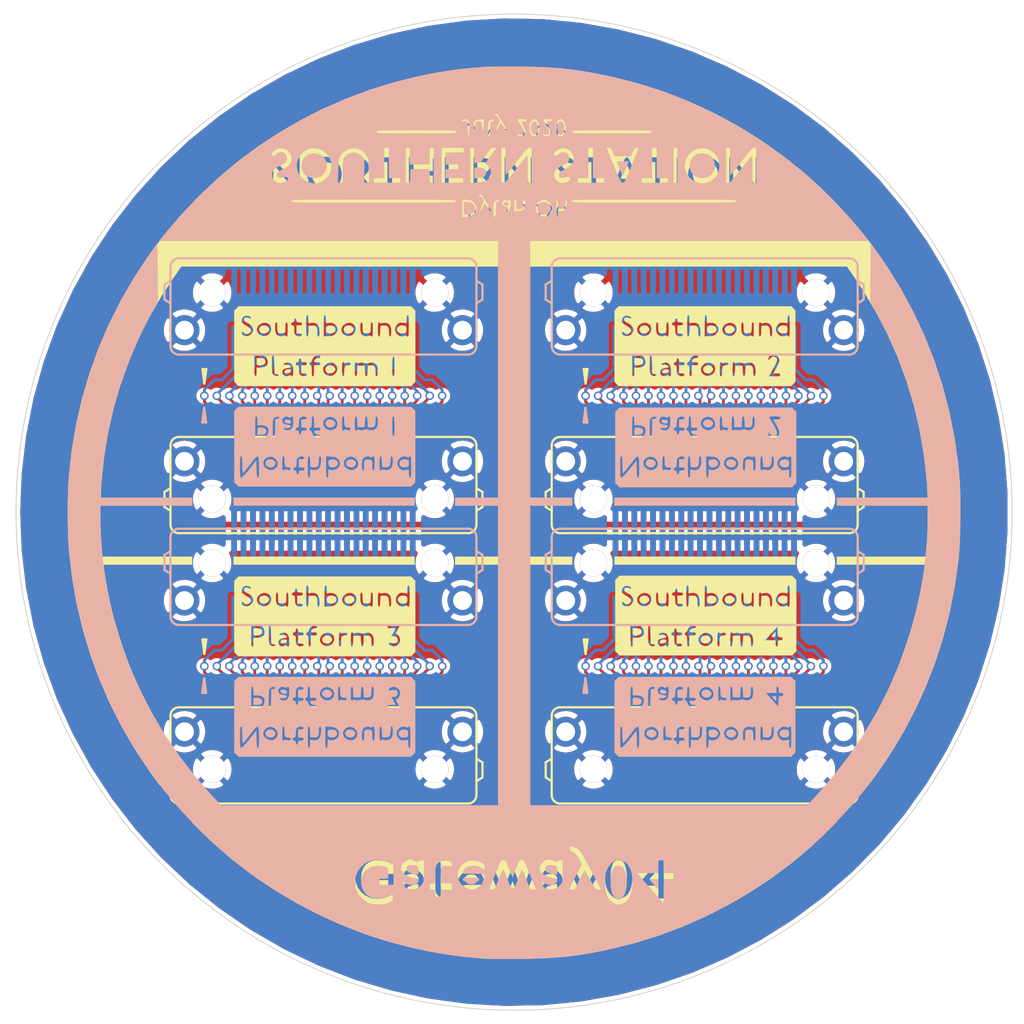
<source format=kicad_pcb>
(kicad_pcb (version 20171130) (host pcbnew "(5.1.6)-1")
  (layers (0 F.Cu signal) (31 B.Cu signal) (34 B.Paste user) (35 F.Paste user) (36 B.SilkS user) (37 F.SilkS user) (38 B.Mask user) (39 F.Mask user) (44 Edge.Cuts user))
  (net 0 "")
  (net 1 GND)
  (net 2 "Net-(U3-Pad2)")
  (net 3 "Net-(U3-Pad4)")
  (net 4 "Net-(U3-Pad6)")
  (net 5 "Net-(U3-Pad8)")
  (net 6 "Net-(U3-Pad10)")
  (net 7 "Net-(U3-Pad12)")
  (net 8 "Net-(U3-Pad14)")
  (net 9 "Net-(U3-Pad16)")
  (net 10 "Net-(U3-Pad18)")
  (net 11 "Net-(U3-Pad20)")
  (net 12 "Net-(U1-Pad2)")
  (net 13 "Net-(U1-Pad4)")
  (net 14 "Net-(U1-Pad6)")
  (net 15 "Net-(U1-Pad8)")
  (net 16 "Net-(U1-Pad10)")
  (net 17 "Net-(U1-Pad12)")
  (net 18 "Net-(U1-Pad14)")
  (net 19 "Net-(U1-Pad16)")
  (net 20 "Net-(U1-Pad18)")
  (net 21 "Net-(U1-Pad20)")
  (net 22 "Net-(U5-Pad2)")
  (net 23 "Net-(U5-Pad4)")
  (net 24 "Net-(U5-Pad6)")
  (net 25 "Net-(U5-Pad8)")
  (net 26 "Net-(U5-Pad10)")
  (net 27 "Net-(U5-Pad12)")
  (net 28 "Net-(U5-Pad14)")
  (net 29 "Net-(U5-Pad16)")
  (net 30 "Net-(U5-Pad18)")
  (net 31 "Net-(U5-Pad20)")
  (net 32 "Net-(U7-Pad2)")
  (net 33 "Net-(U7-Pad4)")
  (net 34 "Net-(U7-Pad6)")
  (net 35 "Net-(U7-Pad8)")
  (net 36 "Net-(U7-Pad10)")
  (net 37 "Net-(U7-Pad12)")
  (net 38 "Net-(U7-Pad14)")
  (net 39 "Net-(U7-Pad16)")
  (net 40 "Net-(U7-Pad18)")
  (net 41 "Net-(U7-Pad20)")
  (net 42 "Net-(U1-Pad22)")
  (net 43 "Net-(U1-Pad24)")
  (net 44 "Net-(U1-Pad26)")
  (net 45 "Net-(U1-Pad28)")
  (net 46 "Net-(U1-Pad30)")
  (net 47 "Net-(U1-Pad32)")
  (net 48 "Net-(U1-Pad34)")
  (net 49 "Net-(U1-Pad36)")
  (net 50 "Net-(U1-Pad38)")
  (net 51 "Net-(U1-Pad40)")
  (net 52 "Net-(U3-Pad40)")
  (net 53 "Net-(U3-Pad38)")
  (net 54 "Net-(U3-Pad36)")
  (net 55 "Net-(U3-Pad34)")
  (net 56 "Net-(U3-Pad32)")
  (net 57 "Net-(U3-Pad30)")
  (net 58 "Net-(U3-Pad28)")
  (net 59 "Net-(U3-Pad26)")
  (net 60 "Net-(U3-Pad24)")
  (net 61 "Net-(U3-Pad22)")
  (net 62 "Net-(U5-Pad22)")
  (net 63 "Net-(U5-Pad24)")
  (net 64 "Net-(U5-Pad26)")
  (net 65 "Net-(U5-Pad28)")
  (net 66 "Net-(U5-Pad30)")
  (net 67 "Net-(U5-Pad32)")
  (net 68 "Net-(U5-Pad34)")
  (net 69 "Net-(U5-Pad36)")
  (net 70 "Net-(U5-Pad38)")
  (net 71 "Net-(U5-Pad40)")
  (net 72 "Net-(U7-Pad40)")
  (net 73 "Net-(U7-Pad38)")
  (net 74 "Net-(U7-Pad36)")
  (net 75 "Net-(U7-Pad34)")
  (net 76 "Net-(U7-Pad32)")
  (net 77 "Net-(U7-Pad30)")
  (net 78 "Net-(U7-Pad28)")
  (net 79 "Net-(U7-Pad26)")
  (net 80 "Net-(U7-Pad24)")
  (net 81 "Net-(U7-Pad22)")
  (module Gateway04:south (layer B.Cu) (at 93.853 97.282)
    (fp_text reference G*** hide)
    (fp_text value LOGO hide)
  )
  (module Gateway04:north (layer F.Cu) (at 93.853 97.282)
    (fp_text reference G*** hide)
    (fp_text value LOGO hide)
  )
  (module Gateway03:LSHM-120-02.5-L-DV-A-S-TR (layer B.Cu) (at 83.71 86.307)
    (fp_text reference U1 hide)
    (fp_text value LSHM-120-02.5-L-DV-A-S-TR hide)
    (pad 21 smd rect (at -0.25 -2.1) (size 0.3 2.2) (layers B.Cu B.Paste B.Mask) (net 1 GND) (clearance 0.05))
    (pad 22 smd rect (at -0.25 2.1) (size 0.3 2.2) (layers B.Cu B.Paste B.Mask) (net 42 "Net-(U1-Pad22)") (clearance 0.05))
    (pad 23 smd rect (at -0.75 -2.1) (size 0.3 2.2) (layers B.Cu B.Paste B.Mask) (net 1 GND) (clearance 0.05))
    (pad 24 smd rect (at -0.75 2.1) (size 0.3 2.2) (layers B.Cu B.Paste B.Mask) (net 43 "Net-(U1-Pad24)") (clearance 0.05))
    (pad 25 smd rect (at -1.25 -2.1) (size 0.3 2.2) (layers B.Cu B.Paste B.Mask) (net 1 GND) (clearance 0.05))
    (pad 26 smd rect (at -1.25 2.1) (size 0.3 2.2) (layers B.Cu B.Paste B.Mask) (net 44 "Net-(U1-Pad26)") (clearance 0.05))
    (pad 27 smd rect (at -1.75 -2.1) (size 0.3 2.2) (layers B.Cu B.Paste B.Mask) (net 1 GND) (clearance 0.05))
    (pad 28 smd rect (at -1.75 2.1) (size 0.3 2.2) (layers B.Cu B.Paste B.Mask) (net 45 "Net-(U1-Pad28)") (clearance 0.05))
    (pad 29 smd rect (at -2.25 -2.1) (size 0.3 2.2) (layers B.Cu B.Paste B.Mask) (net 1 GND) (clearance 0.05))
    (pad 30 smd rect (at -2.25 2.1) (size 0.3 2.2) (layers B.Cu B.Paste B.Mask) (net 46 "Net-(U1-Pad30)") (clearance 0.05))
    (pad 31 smd rect (at -2.75 -2.1) (size 0.3 2.2) (layers B.Cu B.Paste B.Mask) (net 1 GND) (clearance 0.05))
    (pad 32 smd rect (at -2.75 2.1) (size 0.3 2.2) (layers B.Cu B.Paste B.Mask) (net 47 "Net-(U1-Pad32)") (clearance 0.05))
    (pad 33 smd rect (at -3.25 -2.1) (size 0.3 2.2) (layers B.Cu B.Paste B.Mask) (net 1 GND) (clearance 0.05))
    (pad 34 smd rect (at -3.25 2.1) (size 0.3 2.2) (layers B.Cu B.Paste B.Mask) (net 48 "Net-(U1-Pad34)") (clearance 0.05))
    (pad 35 smd rect (at -3.75 -2.1) (size 0.3 2.2) (layers B.Cu B.Paste B.Mask) (net 1 GND) (clearance 0.05))
    (pad 36 smd rect (at -3.75 2.1) (size 0.3 2.2) (layers B.Cu B.Paste B.Mask) (net 49 "Net-(U1-Pad36)") (clearance 0.05))
    (pad 37 smd rect (at -4.25 -2.1) (size 0.3 2.2) (layers B.Cu B.Paste B.Mask) (net 1 GND) (clearance 0.05))
    (pad 38 smd rect (at -4.25 2.1) (size 0.3 2.2) (layers B.Cu B.Paste B.Mask) (net 50 "Net-(U1-Pad38)") (clearance 0.05))
    (pad 39 smd rect (at -4.75 -2.1) (size 0.3 2.2) (layers B.Cu B.Paste B.Mask) (net 1 GND) (clearance 0.05))
    (pad 40 smd rect (at -4.75 2.1) (size 0.3 2.2) (layers B.Cu B.Paste B.Mask) (net 51 "Net-(U1-Pad40)") (clearance 0.05))
    (pad 0 thru_hole circle (at -7.395 1.26) (size 1.6 1.6) (drill 1) (layers *.Cu *.Mask) (net 1 GND))
    (pad 0 thru_hole circle (at 7.395 1.26) (size 1.6 1.6) (drill 1) (layers *.Cu *.Mask) (net 1 GND))
    (pad 0 thru_hole circle (at -5.92 -0.74) (size 1.45 1.45) (drill 1.45) (layers *.Cu *.Mask) (net 1 GND))
    (pad 0 thru_hole circle (at 5.92 -0.74) (size 1.45 1.45) (drill 1.45) (layers *.Cu *.Mask) (net 1 GND))
    (pad 4 smd rect (at 4.25 2.1) (size 0.3 2.2) (layers B.Cu B.Paste B.Mask) (net 13 "Net-(U1-Pad4)") (clearance 0.05))
    (pad 10 smd rect (at 2.75 2.1) (size 0.3 2.2) (layers B.Cu B.Paste B.Mask) (net 16 "Net-(U1-Pad10)") (clearance 0.05))
    (pad 18 smd rect (at 0.75 2.1) (size 0.3 2.2) (layers B.Cu B.Paste B.Mask) (net 20 "Net-(U1-Pad18)") (clearance 0.05))
    (pad 2 smd rect (at 4.75 2.1) (size 0.3 2.2) (layers B.Cu B.Paste B.Mask) (net 12 "Net-(U1-Pad2)") (clearance 0.05))
    (pad 14 smd rect (at 1.75 2.1) (size 0.3 2.2) (layers B.Cu B.Paste B.Mask) (net 18 "Net-(U1-Pad14)") (clearance 0.05))
    (pad 12 smd rect (at 2.25 2.1) (size 0.3 2.2) (layers B.Cu B.Paste B.Mask) (net 17 "Net-(U1-Pad12)") (clearance 0.05))
    (pad 20 smd rect (at 0.25 2.1) (size 0.3 2.2) (layers B.Cu B.Paste B.Mask) (net 21 "Net-(U1-Pad20)") (clearance 0.05))
    (pad 6 smd rect (at 3.75 2.1) (size 0.3 2.2) (layers B.Cu B.Paste B.Mask) (net 14 "Net-(U1-Pad6)") (clearance 0.05))
    (pad 16 smd rect (at 1.25 2.1) (size 0.3 2.2) (layers B.Cu B.Paste B.Mask) (net 19 "Net-(U1-Pad16)") (clearance 0.05))
    (pad 8 smd rect (at 3.25 2.1) (size 0.3 2.2) (layers B.Cu B.Paste B.Mask) (net 15 "Net-(U1-Pad8)") (clearance 0.05))
    (pad 3 smd rect (at 4.25 -2.1) (size 0.3 2.2) (layers B.Cu B.Paste B.Mask) (net 1 GND) (clearance 0.05))
    (pad 9 smd rect (at 2.75 -2.1) (size 0.3 2.2) (layers B.Cu B.Paste B.Mask) (net 1 GND) (clearance 0.05))
    (pad 17 smd rect (at 0.75 -2.1) (size 0.3 2.2) (layers B.Cu B.Paste B.Mask) (net 1 GND) (clearance 0.05))
    (pad 1 smd rect (at 4.75 -2.1) (size 0.3 2.2) (layers B.Cu B.Paste B.Mask) (net 1 GND) (clearance 0.05))
    (pad 13 smd rect (at 1.75 -2.1) (size 0.3 2.2) (layers B.Cu B.Paste B.Mask) (net 1 GND) (clearance 0.05))
    (pad 11 smd rect (at 2.25 -2.1) (size 0.3 2.2) (layers B.Cu B.Paste B.Mask) (net 1 GND) (clearance 0.05))
    (pad 19 smd rect (at 0.25 -2.1) (size 0.3 2.2) (layers B.Cu B.Paste B.Mask) (net 1 GND) (clearance 0.05))
    (pad 5 smd rect (at 3.75 -2.1) (size 0.3 2.2) (layers B.Cu B.Paste B.Mask) (net 1 GND) (clearance 0.05))
    (pad 15 smd rect (at 1.25 -2.1) (size 0.3 2.2) (layers B.Cu B.Paste B.Mask) (net 1 GND) (clearance 0.05))
    (pad 7 smd rect (at 3.25 -2.1) (size 0.3 2.2) (layers B.Cu B.Paste B.Mask) (net 1 GND) (clearance 0.05))
  )
  (module Gateway03:LSHM-120-02.5-L-DV-A-S-TR (layer F.Cu) (at 83.71 95.807)
    (fp_text reference U2 hide)
    (fp_text value LSHM-120-02.5-L-DV-A-S-TR hide)
    (pad 7 smd rect (at 3.25 2.1) (size 0.3 2.2) (layers F.Cu F.Paste F.Mask) (net 1 GND) (clearance 0.05))
    (pad 15 smd rect (at 1.25 2.1) (size 0.3 2.2) (layers F.Cu F.Paste F.Mask) (net 1 GND) (clearance 0.05))
    (pad 5 smd rect (at 3.75 2.1) (size 0.3 2.2) (layers F.Cu F.Paste F.Mask) (net 1 GND) (clearance 0.05))
    (pad 19 smd rect (at 0.25 2.1) (size 0.3 2.2) (layers F.Cu F.Paste F.Mask) (net 1 GND) (clearance 0.05))
    (pad 11 smd rect (at 2.25 2.1) (size 0.3 2.2) (layers F.Cu F.Paste F.Mask) (net 1 GND) (clearance 0.05))
    (pad 13 smd rect (at 1.75 2.1) (size 0.3 2.2) (layers F.Cu F.Paste F.Mask) (net 1 GND) (clearance 0.05))
    (pad 1 smd rect (at 4.75 2.1) (size 0.3 2.2) (layers F.Cu F.Paste F.Mask) (net 1 GND) (clearance 0.05))
    (pad 17 smd rect (at 0.75 2.1) (size 0.3 2.2) (layers F.Cu F.Paste F.Mask) (net 1 GND) (clearance 0.05))
    (pad 9 smd rect (at 2.75 2.1) (size 0.3 2.2) (layers F.Cu F.Paste F.Mask) (net 1 GND) (clearance 0.05))
    (pad 3 smd rect (at 4.25 2.1) (size 0.3 2.2) (layers F.Cu F.Paste F.Mask) (net 1 GND) (clearance 0.05))
    (pad 8 smd rect (at 3.25 -2.1) (size 0.3 2.2) (layers F.Cu F.Paste F.Mask) (net 15 "Net-(U1-Pad8)") (clearance 0.05))
    (pad 16 smd rect (at 1.25 -2.1) (size 0.3 2.2) (layers F.Cu F.Paste F.Mask) (net 19 "Net-(U1-Pad16)") (clearance 0.05))
    (pad 6 smd rect (at 3.75 -2.1) (size 0.3 2.2) (layers F.Cu F.Paste F.Mask) (net 14 "Net-(U1-Pad6)") (clearance 0.05))
    (pad 20 smd rect (at 0.25 -2.1) (size 0.3 2.2) (layers F.Cu F.Paste F.Mask) (net 21 "Net-(U1-Pad20)") (clearance 0.05))
    (pad 12 smd rect (at 2.25 -2.1) (size 0.3 2.2) (layers F.Cu F.Paste F.Mask) (net 17 "Net-(U1-Pad12)") (clearance 0.05))
    (pad 14 smd rect (at 1.75 -2.1) (size 0.3 2.2) (layers F.Cu F.Paste F.Mask) (net 18 "Net-(U1-Pad14)") (clearance 0.05))
    (pad 2 smd rect (at 4.75 -2.1) (size 0.3 2.2) (layers F.Cu F.Paste F.Mask) (net 12 "Net-(U1-Pad2)") (clearance 0.05))
    (pad 18 smd rect (at 0.75 -2.1) (size 0.3 2.2) (layers F.Cu F.Paste F.Mask) (net 20 "Net-(U1-Pad18)") (clearance 0.05))
    (pad 10 smd rect (at 2.75 -2.1) (size 0.3 2.2) (layers F.Cu F.Paste F.Mask) (net 16 "Net-(U1-Pad10)") (clearance 0.05))
    (pad 4 smd rect (at 4.25 -2.1) (size 0.3 2.2) (layers F.Cu F.Paste F.Mask) (net 13 "Net-(U1-Pad4)") (clearance 0.05))
    (pad 0 thru_hole circle (at 5.92 0.74) (size 1.45 1.45) (drill 1.45) (layers *.Cu *.Mask) (net 1 GND))
    (pad 0 thru_hole circle (at -5.92 0.74) (size 1.45 1.45) (drill 1.45) (layers *.Cu *.Mask) (net 1 GND))
    (pad 0 thru_hole circle (at 7.395 -1.26) (size 1.6 1.6) (drill 1) (layers *.Cu *.Mask) (net 1 GND))
    (pad 0 thru_hole circle (at -7.395 -1.26) (size 1.6 1.6) (drill 1) (layers *.Cu *.Mask) (net 1 GND))
    (pad 40 smd rect (at -4.75 -2.1) (size 0.3 2.2) (layers F.Cu F.Paste F.Mask) (net 51 "Net-(U1-Pad40)") (clearance 0.05))
    (pad 39 smd rect (at -4.75 2.1) (size 0.3 2.2) (layers F.Cu F.Paste F.Mask) (net 1 GND) (clearance 0.05))
    (pad 38 smd rect (at -4.25 -2.1) (size 0.3 2.2) (layers F.Cu F.Paste F.Mask) (net 50 "Net-(U1-Pad38)") (clearance 0.05))
    (pad 37 smd rect (at -4.25 2.1) (size 0.3 2.2) (layers F.Cu F.Paste F.Mask) (net 1 GND) (clearance 0.05))
    (pad 36 smd rect (at -3.75 -2.1) (size 0.3 2.2) (layers F.Cu F.Paste F.Mask) (net 49 "Net-(U1-Pad36)") (clearance 0.05))
    (pad 35 smd rect (at -3.75 2.1) (size 0.3 2.2) (layers F.Cu F.Paste F.Mask) (net 1 GND) (clearance 0.05))
    (pad 34 smd rect (at -3.25 -2.1) (size 0.3 2.2) (layers F.Cu F.Paste F.Mask) (net 48 "Net-(U1-Pad34)") (clearance 0.05))
    (pad 33 smd rect (at -3.25 2.1) (size 0.3 2.2) (layers F.Cu F.Paste F.Mask) (net 1 GND) (clearance 0.05))
    (pad 32 smd rect (at -2.75 -2.1) (size 0.3 2.2) (layers F.Cu F.Paste F.Mask) (net 47 "Net-(U1-Pad32)") (clearance 0.05))
    (pad 31 smd rect (at -2.75 2.1) (size 0.3 2.2) (layers F.Cu F.Paste F.Mask) (net 1 GND) (clearance 0.05))
    (pad 30 smd rect (at -2.25 -2.1) (size 0.3 2.2) (layers F.Cu F.Paste F.Mask) (net 46 "Net-(U1-Pad30)") (clearance 0.05))
    (pad 29 smd rect (at -2.25 2.1) (size 0.3 2.2) (layers F.Cu F.Paste F.Mask) (net 1 GND) (clearance 0.05))
    (pad 28 smd rect (at -1.75 -2.1) (size 0.3 2.2) (layers F.Cu F.Paste F.Mask) (net 45 "Net-(U1-Pad28)") (clearance 0.05))
    (pad 27 smd rect (at -1.75 2.1) (size 0.3 2.2) (layers F.Cu F.Paste F.Mask) (net 1 GND) (clearance 0.05))
    (pad 26 smd rect (at -1.25 -2.1) (size 0.3 2.2) (layers F.Cu F.Paste F.Mask) (net 44 "Net-(U1-Pad26)") (clearance 0.05))
    (pad 25 smd rect (at -1.25 2.1) (size 0.3 2.2) (layers F.Cu F.Paste F.Mask) (net 1 GND) (clearance 0.05))
    (pad 24 smd rect (at -0.75 -2.1) (size 0.3 2.2) (layers F.Cu F.Paste F.Mask) (net 43 "Net-(U1-Pad24)") (clearance 0.05))
    (pad 23 smd rect (at -0.75 2.1) (size 0.3 2.2) (layers F.Cu F.Paste F.Mask) (net 1 GND) (clearance 0.05))
    (pad 22 smd rect (at -0.25 -2.1) (size 0.3 2.2) (layers F.Cu F.Paste F.Mask) (net 42 "Net-(U1-Pad22)") (clearance 0.05))
    (pad 21 smd rect (at -0.25 2.1) (size 0.3 2.2) (layers F.Cu F.Paste F.Mask) (net 1 GND) (clearance 0.05))
  )
  (module Gateway03:LSHM-120-02.5-L-DV-A-S-TR (layer F.Cu) (at 103.994 95.807)
    (fp_text reference U4 hide)
    (fp_text value LSHM-120-02.5-L-DV-A-S-TR hide)
    (pad 7 smd rect (at 3.25 2.1) (size 0.3 2.2) (layers F.Cu F.Paste F.Mask) (net 1 GND) (clearance 0.05))
    (pad 15 smd rect (at 1.25 2.1) (size 0.3 2.2) (layers F.Cu F.Paste F.Mask) (net 1 GND) (clearance 0.05))
    (pad 5 smd rect (at 3.75 2.1) (size 0.3 2.2) (layers F.Cu F.Paste F.Mask) (net 1 GND) (clearance 0.05))
    (pad 19 smd rect (at 0.25 2.1) (size 0.3 2.2) (layers F.Cu F.Paste F.Mask) (net 1 GND) (clearance 0.05))
    (pad 11 smd rect (at 2.25 2.1) (size 0.3 2.2) (layers F.Cu F.Paste F.Mask) (net 1 GND) (clearance 0.05))
    (pad 13 smd rect (at 1.75 2.1) (size 0.3 2.2) (layers F.Cu F.Paste F.Mask) (net 1 GND) (clearance 0.05))
    (pad 1 smd rect (at 4.75 2.1) (size 0.3 2.2) (layers F.Cu F.Paste F.Mask) (net 1 GND) (clearance 0.05))
    (pad 17 smd rect (at 0.75 2.1) (size 0.3 2.2) (layers F.Cu F.Paste F.Mask) (net 1 GND) (clearance 0.05))
    (pad 9 smd rect (at 2.75 2.1) (size 0.3 2.2) (layers F.Cu F.Paste F.Mask) (net 1 GND) (clearance 0.05))
    (pad 3 smd rect (at 4.25 2.1) (size 0.3 2.2) (layers F.Cu F.Paste F.Mask) (net 1 GND) (clearance 0.05))
    (pad 8 smd rect (at 3.25 -2.1) (size 0.3 2.2) (layers F.Cu F.Paste F.Mask) (net 5 "Net-(U3-Pad8)") (clearance 0.05))
    (pad 16 smd rect (at 1.25 -2.1) (size 0.3 2.2) (layers F.Cu F.Paste F.Mask) (net 9 "Net-(U3-Pad16)") (clearance 0.05))
    (pad 6 smd rect (at 3.75 -2.1) (size 0.3 2.2) (layers F.Cu F.Paste F.Mask) (net 4 "Net-(U3-Pad6)") (clearance 0.05))
    (pad 20 smd rect (at 0.25 -2.1) (size 0.3 2.2) (layers F.Cu F.Paste F.Mask) (net 11 "Net-(U3-Pad20)") (clearance 0.05))
    (pad 12 smd rect (at 2.25 -2.1) (size 0.3 2.2) (layers F.Cu F.Paste F.Mask) (net 7 "Net-(U3-Pad12)") (clearance 0.05))
    (pad 14 smd rect (at 1.75 -2.1) (size 0.3 2.2) (layers F.Cu F.Paste F.Mask) (net 8 "Net-(U3-Pad14)") (clearance 0.05))
    (pad 2 smd rect (at 4.75 -2.1) (size 0.3 2.2) (layers F.Cu F.Paste F.Mask) (net 2 "Net-(U3-Pad2)") (clearance 0.05))
    (pad 18 smd rect (at 0.75 -2.1) (size 0.3 2.2) (layers F.Cu F.Paste F.Mask) (net 10 "Net-(U3-Pad18)") (clearance 0.05))
    (pad 10 smd rect (at 2.75 -2.1) (size 0.3 2.2) (layers F.Cu F.Paste F.Mask) (net 6 "Net-(U3-Pad10)") (clearance 0.05))
    (pad 4 smd rect (at 4.25 -2.1) (size 0.3 2.2) (layers F.Cu F.Paste F.Mask) (net 3 "Net-(U3-Pad4)") (clearance 0.05))
    (pad 0 thru_hole circle (at 5.92 0.74) (size 1.45 1.45) (drill 1.45) (layers *.Cu *.Mask) (net 1 GND))
    (pad 0 thru_hole circle (at -5.92 0.74) (size 1.45 1.45) (drill 1.45) (layers *.Cu *.Mask) (net 1 GND))
    (pad 0 thru_hole circle (at 7.395 -1.26) (size 1.6 1.6) (drill 1) (layers *.Cu *.Mask) (net 1 GND))
    (pad 0 thru_hole circle (at -7.395 -1.26) (size 1.6 1.6) (drill 1) (layers *.Cu *.Mask) (net 1 GND))
    (pad 40 smd rect (at -4.75 -2.1) (size 0.3 2.2) (layers F.Cu F.Paste F.Mask) (net 52 "Net-(U3-Pad40)") (clearance 0.05))
    (pad 39 smd rect (at -4.75 2.1) (size 0.3 2.2) (layers F.Cu F.Paste F.Mask) (net 1 GND) (clearance 0.05))
    (pad 38 smd rect (at -4.25 -2.1) (size 0.3 2.2) (layers F.Cu F.Paste F.Mask) (net 53 "Net-(U3-Pad38)") (clearance 0.05))
    (pad 37 smd rect (at -4.25 2.1) (size 0.3 2.2) (layers F.Cu F.Paste F.Mask) (net 1 GND) (clearance 0.05))
    (pad 36 smd rect (at -3.75 -2.1) (size 0.3 2.2) (layers F.Cu F.Paste F.Mask) (net 54 "Net-(U3-Pad36)") (clearance 0.05))
    (pad 35 smd rect (at -3.75 2.1) (size 0.3 2.2) (layers F.Cu F.Paste F.Mask) (net 1 GND) (clearance 0.05))
    (pad 34 smd rect (at -3.25 -2.1) (size 0.3 2.2) (layers F.Cu F.Paste F.Mask) (net 55 "Net-(U3-Pad34)") (clearance 0.05))
    (pad 33 smd rect (at -3.25 2.1) (size 0.3 2.2) (layers F.Cu F.Paste F.Mask) (net 1 GND) (clearance 0.05))
    (pad 32 smd rect (at -2.75 -2.1) (size 0.3 2.2) (layers F.Cu F.Paste F.Mask) (net 56 "Net-(U3-Pad32)") (clearance 0.05))
    (pad 31 smd rect (at -2.75 2.1) (size 0.3 2.2) (layers F.Cu F.Paste F.Mask) (net 1 GND) (clearance 0.05))
    (pad 30 smd rect (at -2.25 -2.1) (size 0.3 2.2) (layers F.Cu F.Paste F.Mask) (net 57 "Net-(U3-Pad30)") (clearance 0.05))
    (pad 29 smd rect (at -2.25 2.1) (size 0.3 2.2) (layers F.Cu F.Paste F.Mask) (net 1 GND) (clearance 0.05))
    (pad 28 smd rect (at -1.75 -2.1) (size 0.3 2.2) (layers F.Cu F.Paste F.Mask) (net 58 "Net-(U3-Pad28)") (clearance 0.05))
    (pad 27 smd rect (at -1.75 2.1) (size 0.3 2.2) (layers F.Cu F.Paste F.Mask) (net 1 GND) (clearance 0.05))
    (pad 26 smd rect (at -1.25 -2.1) (size 0.3 2.2) (layers F.Cu F.Paste F.Mask) (net 59 "Net-(U3-Pad26)") (clearance 0.05))
    (pad 25 smd rect (at -1.25 2.1) (size 0.3 2.2) (layers F.Cu F.Paste F.Mask) (net 1 GND) (clearance 0.05))
    (pad 24 smd rect (at -0.75 -2.1) (size 0.3 2.2) (layers F.Cu F.Paste F.Mask) (net 60 "Net-(U3-Pad24)") (clearance 0.05))
    (pad 23 smd rect (at -0.75 2.1) (size 0.3 2.2) (layers F.Cu F.Paste F.Mask) (net 1 GND) (clearance 0.05))
    (pad 22 smd rect (at -0.25 -2.1) (size 0.3 2.2) (layers F.Cu F.Paste F.Mask) (net 61 "Net-(U3-Pad22)") (clearance 0.05))
    (pad 21 smd rect (at -0.25 2.1) (size 0.3 2.2) (layers F.Cu F.Paste F.Mask) (net 1 GND) (clearance 0.05))
  )
  (module Gateway03:LSHM-120-02.5-L-DV-A-S-TR (layer B.Cu) (at 83.71 100.693)
    (fp_text reference U5 hide)
    (fp_text value LSHM-120-02.5-L-DV-A-S-TR hide)
    (pad 7 smd rect (at 3.25 -2.1) (size 0.3 2.2) (layers B.Cu B.Paste B.Mask) (net 1 GND) (clearance 0.05))
    (pad 15 smd rect (at 1.25 -2.1) (size 0.3 2.2) (layers B.Cu B.Paste B.Mask) (net 1 GND) (clearance 0.05))
    (pad 5 smd rect (at 3.75 -2.1) (size 0.3 2.2) (layers B.Cu B.Paste B.Mask) (net 1 GND) (clearance 0.05))
    (pad 19 smd rect (at 0.25 -2.1) (size 0.3 2.2) (layers B.Cu B.Paste B.Mask) (net 1 GND) (clearance 0.05))
    (pad 11 smd rect (at 2.25 -2.1) (size 0.3 2.2) (layers B.Cu B.Paste B.Mask) (net 1 GND) (clearance 0.05))
    (pad 13 smd rect (at 1.75 -2.1) (size 0.3 2.2) (layers B.Cu B.Paste B.Mask) (net 1 GND) (clearance 0.05))
    (pad 1 smd rect (at 4.75 -2.1) (size 0.3 2.2) (layers B.Cu B.Paste B.Mask) (net 1 GND) (clearance 0.05))
    (pad 17 smd rect (at 0.75 -2.1) (size 0.3 2.2) (layers B.Cu B.Paste B.Mask) (net 1 GND) (clearance 0.05))
    (pad 9 smd rect (at 2.75 -2.1) (size 0.3 2.2) (layers B.Cu B.Paste B.Mask) (net 1 GND) (clearance 0.05))
    (pad 3 smd rect (at 4.25 -2.1) (size 0.3 2.2) (layers B.Cu B.Paste B.Mask) (net 1 GND) (clearance 0.05))
    (pad 8 smd rect (at 3.25 2.1) (size 0.3 2.2) (layers B.Cu B.Paste B.Mask) (net 25 "Net-(U5-Pad8)") (clearance 0.05))
    (pad 16 smd rect (at 1.25 2.1) (size 0.3 2.2) (layers B.Cu B.Paste B.Mask) (net 29 "Net-(U5-Pad16)") (clearance 0.05))
    (pad 6 smd rect (at 3.75 2.1) (size 0.3 2.2) (layers B.Cu B.Paste B.Mask) (net 24 "Net-(U5-Pad6)") (clearance 0.05))
    (pad 20 smd rect (at 0.25 2.1) (size 0.3 2.2) (layers B.Cu B.Paste B.Mask) (net 31 "Net-(U5-Pad20)") (clearance 0.05))
    (pad 12 smd rect (at 2.25 2.1) (size 0.3 2.2) (layers B.Cu B.Paste B.Mask) (net 27 "Net-(U5-Pad12)") (clearance 0.05))
    (pad 14 smd rect (at 1.75 2.1) (size 0.3 2.2) (layers B.Cu B.Paste B.Mask) (net 28 "Net-(U5-Pad14)") (clearance 0.05))
    (pad 2 smd rect (at 4.75 2.1) (size 0.3 2.2) (layers B.Cu B.Paste B.Mask) (net 22 "Net-(U5-Pad2)") (clearance 0.05))
    (pad 18 smd rect (at 0.75 2.1) (size 0.3 2.2) (layers B.Cu B.Paste B.Mask) (net 30 "Net-(U5-Pad18)") (clearance 0.05))
    (pad 10 smd rect (at 2.75 2.1) (size 0.3 2.2) (layers B.Cu B.Paste B.Mask) (net 26 "Net-(U5-Pad10)") (clearance 0.05))
    (pad 4 smd rect (at 4.25 2.1) (size 0.3 2.2) (layers B.Cu B.Paste B.Mask) (net 23 "Net-(U5-Pad4)") (clearance 0.05))
    (pad 0 thru_hole circle (at 5.92 -0.74) (size 1.45 1.45) (drill 1.45) (layers *.Cu *.Mask) (net 1 GND))
    (pad 0 thru_hole circle (at -5.92 -0.74) (size 1.45 1.45) (drill 1.45) (layers *.Cu *.Mask) (net 1 GND))
    (pad 0 thru_hole circle (at 7.395 1.26) (size 1.6 1.6) (drill 1) (layers *.Cu *.Mask) (net 1 GND))
    (pad 0 thru_hole circle (at -7.395 1.26) (size 1.6 1.6) (drill 1) (layers *.Cu *.Mask) (net 1 GND))
    (pad 40 smd rect (at -4.75 2.1) (size 0.3 2.2) (layers B.Cu B.Paste B.Mask) (net 71 "Net-(U5-Pad40)") (clearance 0.05))
    (pad 39 smd rect (at -4.75 -2.1) (size 0.3 2.2) (layers B.Cu B.Paste B.Mask) (net 1 GND) (clearance 0.05))
    (pad 38 smd rect (at -4.25 2.1) (size 0.3 2.2) (layers B.Cu B.Paste B.Mask) (net 70 "Net-(U5-Pad38)") (clearance 0.05))
    (pad 37 smd rect (at -4.25 -2.1) (size 0.3 2.2) (layers B.Cu B.Paste B.Mask) (net 1 GND) (clearance 0.05))
    (pad 36 smd rect (at -3.75 2.1) (size 0.3 2.2) (layers B.Cu B.Paste B.Mask) (net 69 "Net-(U5-Pad36)") (clearance 0.05))
    (pad 35 smd rect (at -3.75 -2.1) (size 0.3 2.2) (layers B.Cu B.Paste B.Mask) (net 1 GND) (clearance 0.05))
    (pad 34 smd rect (at -3.25 2.1) (size 0.3 2.2) (layers B.Cu B.Paste B.Mask) (net 68 "Net-(U5-Pad34)") (clearance 0.05))
    (pad 33 smd rect (at -3.25 -2.1) (size 0.3 2.2) (layers B.Cu B.Paste B.Mask) (net 1 GND) (clearance 0.05))
    (pad 32 smd rect (at -2.75 2.1) (size 0.3 2.2) (layers B.Cu B.Paste B.Mask) (net 67 "Net-(U5-Pad32)") (clearance 0.05))
    (pad 31 smd rect (at -2.75 -2.1) (size 0.3 2.2) (layers B.Cu B.Paste B.Mask) (net 1 GND) (clearance 0.05))
    (pad 30 smd rect (at -2.25 2.1) (size 0.3 2.2) (layers B.Cu B.Paste B.Mask) (net 66 "Net-(U5-Pad30)") (clearance 0.05))
    (pad 29 smd rect (at -2.25 -2.1) (size 0.3 2.2) (layers B.Cu B.Paste B.Mask) (net 1 GND) (clearance 0.05))
    (pad 28 smd rect (at -1.75 2.1) (size 0.3 2.2) (layers B.Cu B.Paste B.Mask) (net 65 "Net-(U5-Pad28)") (clearance 0.05))
    (pad 27 smd rect (at -1.75 -2.1) (size 0.3 2.2) (layers B.Cu B.Paste B.Mask) (net 1 GND) (clearance 0.05))
    (pad 26 smd rect (at -1.25 2.1) (size 0.3 2.2) (layers B.Cu B.Paste B.Mask) (net 64 "Net-(U5-Pad26)") (clearance 0.05))
    (pad 25 smd rect (at -1.25 -2.1) (size 0.3 2.2) (layers B.Cu B.Paste B.Mask) (net 1 GND) (clearance 0.05))
    (pad 24 smd rect (at -0.75 2.1) (size 0.3 2.2) (layers B.Cu B.Paste B.Mask) (net 63 "Net-(U5-Pad24)") (clearance 0.05))
    (pad 23 smd rect (at -0.75 -2.1) (size 0.3 2.2) (layers B.Cu B.Paste B.Mask) (net 1 GND) (clearance 0.05))
    (pad 22 smd rect (at -0.25 2.1) (size 0.3 2.2) (layers B.Cu B.Paste B.Mask) (net 62 "Net-(U5-Pad22)") (clearance 0.05))
    (pad 21 smd rect (at -0.25 -2.1) (size 0.3 2.2) (layers B.Cu B.Paste B.Mask) (net 1 GND) (clearance 0.05))
  )
  (module Gateway03:LSHM-120-02.5-L-DV-A-S-TR (layer F.Cu) (at 83.71 110.193)
    (fp_text reference U6 hide)
    (fp_text value LSHM-120-02.5-L-DV-A-S-TR hide)
    (pad 7 smd rect (at 3.25 2.1) (size 0.3 2.2) (layers F.Cu F.Paste F.Mask) (net 1 GND) (clearance 0.05))
    (pad 15 smd rect (at 1.25 2.1) (size 0.3 2.2) (layers F.Cu F.Paste F.Mask) (net 1 GND) (clearance 0.05))
    (pad 5 smd rect (at 3.75 2.1) (size 0.3 2.2) (layers F.Cu F.Paste F.Mask) (net 1 GND) (clearance 0.05))
    (pad 19 smd rect (at 0.25 2.1) (size 0.3 2.2) (layers F.Cu F.Paste F.Mask) (net 1 GND) (clearance 0.05))
    (pad 11 smd rect (at 2.25 2.1) (size 0.3 2.2) (layers F.Cu F.Paste F.Mask) (net 1 GND) (clearance 0.05))
    (pad 13 smd rect (at 1.75 2.1) (size 0.3 2.2) (layers F.Cu F.Paste F.Mask) (net 1 GND) (clearance 0.05))
    (pad 1 smd rect (at 4.75 2.1) (size 0.3 2.2) (layers F.Cu F.Paste F.Mask) (net 1 GND) (clearance 0.05))
    (pad 17 smd rect (at 0.75 2.1) (size 0.3 2.2) (layers F.Cu F.Paste F.Mask) (net 1 GND) (clearance 0.05))
    (pad 9 smd rect (at 2.75 2.1) (size 0.3 2.2) (layers F.Cu F.Paste F.Mask) (net 1 GND) (clearance 0.05))
    (pad 3 smd rect (at 4.25 2.1) (size 0.3 2.2) (layers F.Cu F.Paste F.Mask) (net 1 GND) (clearance 0.05))
    (pad 8 smd rect (at 3.25 -2.1) (size 0.3 2.2) (layers F.Cu F.Paste F.Mask) (net 25 "Net-(U5-Pad8)") (clearance 0.05))
    (pad 16 smd rect (at 1.25 -2.1) (size 0.3 2.2) (layers F.Cu F.Paste F.Mask) (net 29 "Net-(U5-Pad16)") (clearance 0.05))
    (pad 6 smd rect (at 3.75 -2.1) (size 0.3 2.2) (layers F.Cu F.Paste F.Mask) (net 24 "Net-(U5-Pad6)") (clearance 0.05))
    (pad 20 smd rect (at 0.25 -2.1) (size 0.3 2.2) (layers F.Cu F.Paste F.Mask) (net 31 "Net-(U5-Pad20)") (clearance 0.05))
    (pad 12 smd rect (at 2.25 -2.1) (size 0.3 2.2) (layers F.Cu F.Paste F.Mask) (net 27 "Net-(U5-Pad12)") (clearance 0.05))
    (pad 14 smd rect (at 1.75 -2.1) (size 0.3 2.2) (layers F.Cu F.Paste F.Mask) (net 28 "Net-(U5-Pad14)") (clearance 0.05))
    (pad 2 smd rect (at 4.75 -2.1) (size 0.3 2.2) (layers F.Cu F.Paste F.Mask) (net 22 "Net-(U5-Pad2)") (clearance 0.05))
    (pad 18 smd rect (at 0.75 -2.1) (size 0.3 2.2) (layers F.Cu F.Paste F.Mask) (net 30 "Net-(U5-Pad18)") (clearance 0.05))
    (pad 10 smd rect (at 2.75 -2.1) (size 0.3 2.2) (layers F.Cu F.Paste F.Mask) (net 26 "Net-(U5-Pad10)") (clearance 0.05))
    (pad 4 smd rect (at 4.25 -2.1) (size 0.3 2.2) (layers F.Cu F.Paste F.Mask) (net 23 "Net-(U5-Pad4)") (clearance 0.05))
    (pad 0 thru_hole circle (at 5.92 0.74) (size 1.45 1.45) (drill 1.45) (layers *.Cu *.Mask) (net 1 GND))
    (pad 0 thru_hole circle (at -5.92 0.74) (size 1.45 1.45) (drill 1.45) (layers *.Cu *.Mask) (net 1 GND))
    (pad 0 thru_hole circle (at 7.395 -1.26) (size 1.6 1.6) (drill 1) (layers *.Cu *.Mask) (net 1 GND))
    (pad 0 thru_hole circle (at -7.395 -1.26) (size 1.6 1.6) (drill 1) (layers *.Cu *.Mask) (net 1 GND))
    (pad 40 smd rect (at -4.75 -2.1) (size 0.3 2.2) (layers F.Cu F.Paste F.Mask) (net 71 "Net-(U5-Pad40)") (clearance 0.05))
    (pad 39 smd rect (at -4.75 2.1) (size 0.3 2.2) (layers F.Cu F.Paste F.Mask) (net 1 GND) (clearance 0.05))
    (pad 38 smd rect (at -4.25 -2.1) (size 0.3 2.2) (layers F.Cu F.Paste F.Mask) (net 70 "Net-(U5-Pad38)") (clearance 0.05))
    (pad 37 smd rect (at -4.25 2.1) (size 0.3 2.2) (layers F.Cu F.Paste F.Mask) (net 1 GND) (clearance 0.05))
    (pad 36 smd rect (at -3.75 -2.1) (size 0.3 2.2) (layers F.Cu F.Paste F.Mask) (net 69 "Net-(U5-Pad36)") (clearance 0.05))
    (pad 35 smd rect (at -3.75 2.1) (size 0.3 2.2) (layers F.Cu F.Paste F.Mask) (net 1 GND) (clearance 0.05))
    (pad 34 smd rect (at -3.25 -2.1) (size 0.3 2.2) (layers F.Cu F.Paste F.Mask) (net 68 "Net-(U5-Pad34)") (clearance 0.05))
    (pad 33 smd rect (at -3.25 2.1) (size 0.3 2.2) (layers F.Cu F.Paste F.Mask) (net 1 GND) (clearance 0.05))
    (pad 32 smd rect (at -2.75 -2.1) (size 0.3 2.2) (layers F.Cu F.Paste F.Mask) (net 67 "Net-(U5-Pad32)") (clearance 0.05))
    (pad 31 smd rect (at -2.75 2.1) (size 0.3 2.2) (layers F.Cu F.Paste F.Mask) (net 1 GND) (clearance 0.05))
    (pad 30 smd rect (at -2.25 -2.1) (size 0.3 2.2) (layers F.Cu F.Paste F.Mask) (net 66 "Net-(U5-Pad30)") (clearance 0.05))
    (pad 29 smd rect (at -2.25 2.1) (size 0.3 2.2) (layers F.Cu F.Paste F.Mask) (net 1 GND) (clearance 0.05))
    (pad 28 smd rect (at -1.75 -2.1) (size 0.3 2.2) (layers F.Cu F.Paste F.Mask) (net 65 "Net-(U5-Pad28)") (clearance 0.05))
    (pad 27 smd rect (at -1.75 2.1) (size 0.3 2.2) (layers F.Cu F.Paste F.Mask) (net 1 GND) (clearance 0.05))
    (pad 26 smd rect (at -1.25 -2.1) (size 0.3 2.2) (layers F.Cu F.Paste F.Mask) (net 64 "Net-(U5-Pad26)") (clearance 0.05))
    (pad 25 smd rect (at -1.25 2.1) (size 0.3 2.2) (layers F.Cu F.Paste F.Mask) (net 1 GND) (clearance 0.05))
    (pad 24 smd rect (at -0.75 -2.1) (size 0.3 2.2) (layers F.Cu F.Paste F.Mask) (net 63 "Net-(U5-Pad24)") (clearance 0.05))
    (pad 23 smd rect (at -0.75 2.1) (size 0.3 2.2) (layers F.Cu F.Paste F.Mask) (net 1 GND) (clearance 0.05))
    (pad 22 smd rect (at -0.25 -2.1) (size 0.3 2.2) (layers F.Cu F.Paste F.Mask) (net 62 "Net-(U5-Pad22)") (clearance 0.05))
    (pad 21 smd rect (at -0.25 2.1) (size 0.3 2.2) (layers F.Cu F.Paste F.Mask) (net 1 GND) (clearance 0.05))
  )
  (module Gateway03:LSHM-120-02.5-L-DV-A-S-TR (layer B.Cu) (at 103.994 100.693)
    (fp_text reference U7 hide)
    (fp_text value LSHM-120-02.5-L-DV-A-S-TR hide)
    (pad 7 smd rect (at 3.25 -2.1) (size 0.3 2.2) (layers B.Cu B.Paste B.Mask) (net 1 GND) (clearance 0.05))
    (pad 15 smd rect (at 1.25 -2.1) (size 0.3 2.2) (layers B.Cu B.Paste B.Mask) (net 1 GND) (clearance 0.05))
    (pad 5 smd rect (at 3.75 -2.1) (size 0.3 2.2) (layers B.Cu B.Paste B.Mask) (net 1 GND) (clearance 0.05))
    (pad 19 smd rect (at 0.25 -2.1) (size 0.3 2.2) (layers B.Cu B.Paste B.Mask) (net 1 GND) (clearance 0.05))
    (pad 11 smd rect (at 2.25 -2.1) (size 0.3 2.2) (layers B.Cu B.Paste B.Mask) (net 1 GND) (clearance 0.05))
    (pad 13 smd rect (at 1.75 -2.1) (size 0.3 2.2) (layers B.Cu B.Paste B.Mask) (net 1 GND) (clearance 0.05))
    (pad 1 smd rect (at 4.75 -2.1) (size 0.3 2.2) (layers B.Cu B.Paste B.Mask) (net 1 GND) (clearance 0.05))
    (pad 17 smd rect (at 0.75 -2.1) (size 0.3 2.2) (layers B.Cu B.Paste B.Mask) (net 1 GND) (clearance 0.05))
    (pad 9 smd rect (at 2.75 -2.1) (size 0.3 2.2) (layers B.Cu B.Paste B.Mask) (net 1 GND) (clearance 0.05))
    (pad 3 smd rect (at 4.25 -2.1) (size 0.3 2.2) (layers B.Cu B.Paste B.Mask) (net 1 GND) (clearance 0.05))
    (pad 8 smd rect (at 3.25 2.1) (size 0.3 2.2) (layers B.Cu B.Paste B.Mask) (net 35 "Net-(U7-Pad8)") (clearance 0.05))
    (pad 16 smd rect (at 1.25 2.1) (size 0.3 2.2) (layers B.Cu B.Paste B.Mask) (net 39 "Net-(U7-Pad16)") (clearance 0.05))
    (pad 6 smd rect (at 3.75 2.1) (size 0.3 2.2) (layers B.Cu B.Paste B.Mask) (net 34 "Net-(U7-Pad6)") (clearance 0.05))
    (pad 20 smd rect (at 0.25 2.1) (size 0.3 2.2) (layers B.Cu B.Paste B.Mask) (net 41 "Net-(U7-Pad20)") (clearance 0.05))
    (pad 12 smd rect (at 2.25 2.1) (size 0.3 2.2) (layers B.Cu B.Paste B.Mask) (net 37 "Net-(U7-Pad12)") (clearance 0.05))
    (pad 14 smd rect (at 1.75 2.1) (size 0.3 2.2) (layers B.Cu B.Paste B.Mask) (net 38 "Net-(U7-Pad14)") (clearance 0.05))
    (pad 2 smd rect (at 4.75 2.1) (size 0.3 2.2) (layers B.Cu B.Paste B.Mask) (net 32 "Net-(U7-Pad2)") (clearance 0.05))
    (pad 18 smd rect (at 0.75 2.1) (size 0.3 2.2) (layers B.Cu B.Paste B.Mask) (net 40 "Net-(U7-Pad18)") (clearance 0.05))
    (pad 10 smd rect (at 2.75 2.1) (size 0.3 2.2) (layers B.Cu B.Paste B.Mask) (net 36 "Net-(U7-Pad10)") (clearance 0.05))
    (pad 4 smd rect (at 4.25 2.1) (size 0.3 2.2) (layers B.Cu B.Paste B.Mask) (net 33 "Net-(U7-Pad4)") (clearance 0.05))
    (pad 0 thru_hole circle (at 5.92 -0.74) (size 1.45 1.45) (drill 1.45) (layers *.Cu *.Mask) (net 1 GND))
    (pad 0 thru_hole circle (at -5.92 -0.74) (size 1.45 1.45) (drill 1.45) (layers *.Cu *.Mask) (net 1 GND))
    (pad 0 thru_hole circle (at 7.395 1.26) (size 1.6 1.6) (drill 1) (layers *.Cu *.Mask) (net 1 GND))
    (pad 0 thru_hole circle (at -7.395 1.26) (size 1.6 1.6) (drill 1) (layers *.Cu *.Mask) (net 1 GND))
    (pad 40 smd rect (at -4.75 2.1) (size 0.3 2.2) (layers B.Cu B.Paste B.Mask) (net 72 "Net-(U7-Pad40)") (clearance 0.05))
    (pad 39 smd rect (at -4.75 -2.1) (size 0.3 2.2) (layers B.Cu B.Paste B.Mask) (net 1 GND) (clearance 0.05))
    (pad 38 smd rect (at -4.25 2.1) (size 0.3 2.2) (layers B.Cu B.Paste B.Mask) (net 73 "Net-(U7-Pad38)") (clearance 0.05))
    (pad 37 smd rect (at -4.25 -2.1) (size 0.3 2.2) (layers B.Cu B.Paste B.Mask) (net 1 GND) (clearance 0.05))
    (pad 36 smd rect (at -3.75 2.1) (size 0.3 2.2) (layers B.Cu B.Paste B.Mask) (net 74 "Net-(U7-Pad36)") (clearance 0.05))
    (pad 35 smd rect (at -3.75 -2.1) (size 0.3 2.2) (layers B.Cu B.Paste B.Mask) (net 1 GND) (clearance 0.05))
    (pad 34 smd rect (at -3.25 2.1) (size 0.3 2.2) (layers B.Cu B.Paste B.Mask) (net 75 "Net-(U7-Pad34)") (clearance 0.05))
    (pad 33 smd rect (at -3.25 -2.1) (size 0.3 2.2) (layers B.Cu B.Paste B.Mask) (net 1 GND) (clearance 0.05))
    (pad 32 smd rect (at -2.75 2.1) (size 0.3 2.2) (layers B.Cu B.Paste B.Mask) (net 76 "Net-(U7-Pad32)") (clearance 0.05))
    (pad 31 smd rect (at -2.75 -2.1) (size 0.3 2.2) (layers B.Cu B.Paste B.Mask) (net 1 GND) (clearance 0.05))
    (pad 30 smd rect (at -2.25 2.1) (size 0.3 2.2) (layers B.Cu B.Paste B.Mask) (net 77 "Net-(U7-Pad30)") (clearance 0.05))
    (pad 29 smd rect (at -2.25 -2.1) (size 0.3 2.2) (layers B.Cu B.Paste B.Mask) (net 1 GND) (clearance 0.05))
    (pad 28 smd rect (at -1.75 2.1) (size 0.3 2.2) (layers B.Cu B.Paste B.Mask) (net 78 "Net-(U7-Pad28)") (clearance 0.05))
    (pad 27 smd rect (at -1.75 -2.1) (size 0.3 2.2) (layers B.Cu B.Paste B.Mask) (net 1 GND) (clearance 0.05))
    (pad 26 smd rect (at -1.25 2.1) (size 0.3 2.2) (layers B.Cu B.Paste B.Mask) (net 79 "Net-(U7-Pad26)") (clearance 0.05))
    (pad 25 smd rect (at -1.25 -2.1) (size 0.3 2.2) (layers B.Cu B.Paste B.Mask) (net 1 GND) (clearance 0.05))
    (pad 24 smd rect (at -0.75 2.1) (size 0.3 2.2) (layers B.Cu B.Paste B.Mask) (net 80 "Net-(U7-Pad24)") (clearance 0.05))
    (pad 23 smd rect (at -0.75 -2.1) (size 0.3 2.2) (layers B.Cu B.Paste B.Mask) (net 1 GND) (clearance 0.05))
    (pad 22 smd rect (at -0.25 2.1) (size 0.3 2.2) (layers B.Cu B.Paste B.Mask) (net 81 "Net-(U7-Pad22)") (clearance 0.05))
    (pad 21 smd rect (at -0.25 -2.1) (size 0.3 2.2) (layers B.Cu B.Paste B.Mask) (net 1 GND) (clearance 0.05))
  )
  (module Gateway03:LSHM-120-02.5-L-DV-A-S-TR (layer F.Cu) (at 103.994 110.193)
    (fp_text reference U8 hide)
    (fp_text value LSHM-120-02.5-L-DV-A-S-TR hide)
    (pad 7 smd rect (at 3.25 2.1) (size 0.3 2.2) (layers F.Cu F.Paste F.Mask) (net 1 GND) (clearance 0.05))
    (pad 15 smd rect (at 1.25 2.1) (size 0.3 2.2) (layers F.Cu F.Paste F.Mask) (net 1 GND) (clearance 0.05))
    (pad 5 smd rect (at 3.75 2.1) (size 0.3 2.2) (layers F.Cu F.Paste F.Mask) (net 1 GND) (clearance 0.05))
    (pad 19 smd rect (at 0.25 2.1) (size 0.3 2.2) (layers F.Cu F.Paste F.Mask) (net 1 GND) (clearance 0.05))
    (pad 11 smd rect (at 2.25 2.1) (size 0.3 2.2) (layers F.Cu F.Paste F.Mask) (net 1 GND) (clearance 0.05))
    (pad 13 smd rect (at 1.75 2.1) (size 0.3 2.2) (layers F.Cu F.Paste F.Mask) (net 1 GND) (clearance 0.05))
    (pad 1 smd rect (at 4.75 2.1) (size 0.3 2.2) (layers F.Cu F.Paste F.Mask) (net 1 GND) (clearance 0.05))
    (pad 17 smd rect (at 0.75 2.1) (size 0.3 2.2) (layers F.Cu F.Paste F.Mask) (net 1 GND) (clearance 0.05))
    (pad 9 smd rect (at 2.75 2.1) (size 0.3 2.2) (layers F.Cu F.Paste F.Mask) (net 1 GND) (clearance 0.05))
    (pad 3 smd rect (at 4.25 2.1) (size 0.3 2.2) (layers F.Cu F.Paste F.Mask) (net 1 GND) (clearance 0.05))
    (pad 8 smd rect (at 3.25 -2.1) (size 0.3 2.2) (layers F.Cu F.Paste F.Mask) (net 35 "Net-(U7-Pad8)") (clearance 0.05))
    (pad 16 smd rect (at 1.25 -2.1) (size 0.3 2.2) (layers F.Cu F.Paste F.Mask) (net 39 "Net-(U7-Pad16)") (clearance 0.05))
    (pad 6 smd rect (at 3.75 -2.1) (size 0.3 2.2) (layers F.Cu F.Paste F.Mask) (net 34 "Net-(U7-Pad6)") (clearance 0.05))
    (pad 20 smd rect (at 0.25 -2.1) (size 0.3 2.2) (layers F.Cu F.Paste F.Mask) (net 41 "Net-(U7-Pad20)") (clearance 0.05))
    (pad 12 smd rect (at 2.25 -2.1) (size 0.3 2.2) (layers F.Cu F.Paste F.Mask) (net 37 "Net-(U7-Pad12)") (clearance 0.05))
    (pad 14 smd rect (at 1.75 -2.1) (size 0.3 2.2) (layers F.Cu F.Paste F.Mask) (net 38 "Net-(U7-Pad14)") (clearance 0.05))
    (pad 2 smd rect (at 4.75 -2.1) (size 0.3 2.2) (layers F.Cu F.Paste F.Mask) (net 32 "Net-(U7-Pad2)") (clearance 0.05))
    (pad 18 smd rect (at 0.75 -2.1) (size 0.3 2.2) (layers F.Cu F.Paste F.Mask) (net 40 "Net-(U7-Pad18)") (clearance 0.05))
    (pad 10 smd rect (at 2.75 -2.1) (size 0.3 2.2) (layers F.Cu F.Paste F.Mask) (net 36 "Net-(U7-Pad10)") (clearance 0.05))
    (pad 4 smd rect (at 4.25 -2.1) (size 0.3 2.2) (layers F.Cu F.Paste F.Mask) (net 33 "Net-(U7-Pad4)") (clearance 0.05))
    (pad 0 thru_hole circle (at 5.92 0.74) (size 1.45 1.45) (drill 1.45) (layers *.Cu *.Mask) (net 1 GND))
    (pad 0 thru_hole circle (at -5.92 0.74) (size 1.45 1.45) (drill 1.45) (layers *.Cu *.Mask) (net 1 GND))
    (pad 0 thru_hole circle (at 7.395 -1.26) (size 1.6 1.6) (drill 1) (layers *.Cu *.Mask) (net 1 GND))
    (pad 0 thru_hole circle (at -7.395 -1.26) (size 1.6 1.6) (drill 1) (layers *.Cu *.Mask) (net 1 GND))
    (pad 40 smd rect (at -4.75 -2.1) (size 0.3 2.2) (layers F.Cu F.Paste F.Mask) (net 72 "Net-(U7-Pad40)") (clearance 0.05))
    (pad 39 smd rect (at -4.75 2.1) (size 0.3 2.2) (layers F.Cu F.Paste F.Mask) (net 1 GND) (clearance 0.05))
    (pad 38 smd rect (at -4.25 -2.1) (size 0.3 2.2) (layers F.Cu F.Paste F.Mask) (net 73 "Net-(U7-Pad38)") (clearance 0.05))
    (pad 37 smd rect (at -4.25 2.1) (size 0.3 2.2) (layers F.Cu F.Paste F.Mask) (net 1 GND) (clearance 0.05))
    (pad 36 smd rect (at -3.75 -2.1) (size 0.3 2.2) (layers F.Cu F.Paste F.Mask) (net 74 "Net-(U7-Pad36)") (clearance 0.05))
    (pad 35 smd rect (at -3.75 2.1) (size 0.3 2.2) (layers F.Cu F.Paste F.Mask) (net 1 GND) (clearance 0.05))
    (pad 34 smd rect (at -3.25 -2.1) (size 0.3 2.2) (layers F.Cu F.Paste F.Mask) (net 75 "Net-(U7-Pad34)") (clearance 0.05))
    (pad 33 smd rect (at -3.25 2.1) (size 0.3 2.2) (layers F.Cu F.Paste F.Mask) (net 1 GND) (clearance 0.05))
    (pad 32 smd rect (at -2.75 -2.1) (size 0.3 2.2) (layers F.Cu F.Paste F.Mask) (net 76 "Net-(U7-Pad32)") (clearance 0.05))
    (pad 31 smd rect (at -2.75 2.1) (size 0.3 2.2) (layers F.Cu F.Paste F.Mask) (net 1 GND) (clearance 0.05))
    (pad 30 smd rect (at -2.25 -2.1) (size 0.3 2.2) (layers F.Cu F.Paste F.Mask) (net 77 "Net-(U7-Pad30)") (clearance 0.05))
    (pad 29 smd rect (at -2.25 2.1) (size 0.3 2.2) (layers F.Cu F.Paste F.Mask) (net 1 GND) (clearance 0.05))
    (pad 28 smd rect (at -1.75 -2.1) (size 0.3 2.2) (layers F.Cu F.Paste F.Mask) (net 78 "Net-(U7-Pad28)") (clearance 0.05))
    (pad 27 smd rect (at -1.75 2.1) (size 0.3 2.2) (layers F.Cu F.Paste F.Mask) (net 1 GND) (clearance 0.05))
    (pad 26 smd rect (at -1.25 -2.1) (size 0.3 2.2) (layers F.Cu F.Paste F.Mask) (net 79 "Net-(U7-Pad26)") (clearance 0.05))
    (pad 25 smd rect (at -1.25 2.1) (size 0.3 2.2) (layers F.Cu F.Paste F.Mask) (net 1 GND) (clearance 0.05))
    (pad 24 smd rect (at -0.75 -2.1) (size 0.3 2.2) (layers F.Cu F.Paste F.Mask) (net 80 "Net-(U7-Pad24)") (clearance 0.05))
    (pad 23 smd rect (at -0.75 2.1) (size 0.3 2.2) (layers F.Cu F.Paste F.Mask) (net 1 GND) (clearance 0.05))
    (pad 22 smd rect (at -0.25 -2.1) (size 0.3 2.2) (layers F.Cu F.Paste F.Mask) (net 81 "Net-(U7-Pad22)") (clearance 0.05))
    (pad 21 smd rect (at -0.25 2.1) (size 0.3 2.2) (layers F.Cu F.Paste F.Mask) (net 1 GND) (clearance 0.05))
  )
  (module Gateway03:LSHM-120-02.5-L-DV-A-S-TR (layer B.Cu) (at 103.994 86.307)
    (fp_text reference U3 hide)
    (fp_text value LSHM-120-02.5-L-DV-A-S-TR hide)
    (pad 7 smd rect (at 3.25 -2.1) (size 0.3 2.2) (layers B.Cu B.Paste B.Mask) (net 1 GND) (clearance 0.05))
    (pad 15 smd rect (at 1.25 -2.1) (size 0.3 2.2) (layers B.Cu B.Paste B.Mask) (net 1 GND) (clearance 0.05))
    (pad 5 smd rect (at 3.75 -2.1) (size 0.3 2.2) (layers B.Cu B.Paste B.Mask) (net 1 GND) (clearance 0.05))
    (pad 19 smd rect (at 0.25 -2.1) (size 0.3 2.2) (layers B.Cu B.Paste B.Mask) (net 1 GND) (clearance 0.05))
    (pad 11 smd rect (at 2.25 -2.1) (size 0.3 2.2) (layers B.Cu B.Paste B.Mask) (net 1 GND) (clearance 0.05))
    (pad 13 smd rect (at 1.75 -2.1) (size 0.3 2.2) (layers B.Cu B.Paste B.Mask) (net 1 GND) (clearance 0.05))
    (pad 1 smd rect (at 4.75 -2.1) (size 0.3 2.2) (layers B.Cu B.Paste B.Mask) (net 1 GND) (clearance 0.05))
    (pad 17 smd rect (at 0.75 -2.1) (size 0.3 2.2) (layers B.Cu B.Paste B.Mask) (net 1 GND) (clearance 0.05))
    (pad 9 smd rect (at 2.75 -2.1) (size 0.3 2.2) (layers B.Cu B.Paste B.Mask) (net 1 GND) (clearance 0.05))
    (pad 3 smd rect (at 4.25 -2.1) (size 0.3 2.2) (layers B.Cu B.Paste B.Mask) (net 1 GND) (clearance 0.05))
    (pad 8 smd rect (at 3.25 2.1) (size 0.3 2.2) (layers B.Cu B.Paste B.Mask) (net 5 "Net-(U3-Pad8)") (clearance 0.05))
    (pad 16 smd rect (at 1.25 2.1) (size 0.3 2.2) (layers B.Cu B.Paste B.Mask) (net 9 "Net-(U3-Pad16)") (clearance 0.05))
    (pad 6 smd rect (at 3.75 2.1) (size 0.3 2.2) (layers B.Cu B.Paste B.Mask) (net 4 "Net-(U3-Pad6)") (clearance 0.05))
    (pad 20 smd rect (at 0.25 2.1) (size 0.3 2.2) (layers B.Cu B.Paste B.Mask) (net 11 "Net-(U3-Pad20)") (clearance 0.05))
    (pad 12 smd rect (at 2.25 2.1) (size 0.3 2.2) (layers B.Cu B.Paste B.Mask) (net 7 "Net-(U3-Pad12)") (clearance 0.05))
    (pad 14 smd rect (at 1.75 2.1) (size 0.3 2.2) (layers B.Cu B.Paste B.Mask) (net 8 "Net-(U3-Pad14)") (clearance 0.05))
    (pad 2 smd rect (at 4.75 2.1) (size 0.3 2.2) (layers B.Cu B.Paste B.Mask) (net 2 "Net-(U3-Pad2)") (clearance 0.05))
    (pad 18 smd rect (at 0.75 2.1) (size 0.3 2.2) (layers B.Cu B.Paste B.Mask) (net 10 "Net-(U3-Pad18)") (clearance 0.05))
    (pad 10 smd rect (at 2.75 2.1) (size 0.3 2.2) (layers B.Cu B.Paste B.Mask) (net 6 "Net-(U3-Pad10)") (clearance 0.05))
    (pad 4 smd rect (at 4.25 2.1) (size 0.3 2.2) (layers B.Cu B.Paste B.Mask) (net 3 "Net-(U3-Pad4)") (clearance 0.05))
    (pad 0 thru_hole circle (at 5.92 -0.74) (size 1.45 1.45) (drill 1.45) (layers *.Cu *.Mask) (net 1 GND))
    (pad 0 thru_hole circle (at -5.92 -0.74) (size 1.45 1.45) (drill 1.45) (layers *.Cu *.Mask) (net 1 GND))
    (pad 0 thru_hole circle (at 7.395 1.26) (size 1.6 1.6) (drill 1) (layers *.Cu *.Mask) (net 1 GND))
    (pad 0 thru_hole circle (at -7.395 1.26) (size 1.6 1.6) (drill 1) (layers *.Cu *.Mask) (net 1 GND))
    (pad 40 smd rect (at -4.75 2.1) (size 0.3 2.2) (layers B.Cu B.Paste B.Mask) (net 52 "Net-(U3-Pad40)") (clearance 0.05))
    (pad 39 smd rect (at -4.75 -2.1) (size 0.3 2.2) (layers B.Cu B.Paste B.Mask) (net 1 GND) (clearance 0.05))
    (pad 38 smd rect (at -4.25 2.1) (size 0.3 2.2) (layers B.Cu B.Paste B.Mask) (net 53 "Net-(U3-Pad38)") (clearance 0.05))
    (pad 37 smd rect (at -4.25 -2.1) (size 0.3 2.2) (layers B.Cu B.Paste B.Mask) (net 1 GND) (clearance 0.05))
    (pad 36 smd rect (at -3.75 2.1) (size 0.3 2.2) (layers B.Cu B.Paste B.Mask) (net 54 "Net-(U3-Pad36)") (clearance 0.05))
    (pad 35 smd rect (at -3.75 -2.1) (size 0.3 2.2) (layers B.Cu B.Paste B.Mask) (net 1 GND) (clearance 0.05))
    (pad 34 smd rect (at -3.25 2.1) (size 0.3 2.2) (layers B.Cu B.Paste B.Mask) (net 55 "Net-(U3-Pad34)") (clearance 0.05))
    (pad 33 smd rect (at -3.25 -2.1) (size 0.3 2.2) (layers B.Cu B.Paste B.Mask) (net 1 GND) (clearance 0.05))
    (pad 32 smd rect (at -2.75 2.1) (size 0.3 2.2) (layers B.Cu B.Paste B.Mask) (net 56 "Net-(U3-Pad32)") (clearance 0.05))
    (pad 31 smd rect (at -2.75 -2.1) (size 0.3 2.2) (layers B.Cu B.Paste B.Mask) (net 1 GND) (clearance 0.05))
    (pad 30 smd rect (at -2.25 2.1) (size 0.3 2.2) (layers B.Cu B.Paste B.Mask) (net 57 "Net-(U3-Pad30)") (clearance 0.05))
    (pad 29 smd rect (at -2.25 -2.1) (size 0.3 2.2) (layers B.Cu B.Paste B.Mask) (net 1 GND) (clearance 0.05))
    (pad 28 smd rect (at -1.75 2.1) (size 0.3 2.2) (layers B.Cu B.Paste B.Mask) (net 58 "Net-(U3-Pad28)") (clearance 0.05))
    (pad 27 smd rect (at -1.75 -2.1) (size 0.3 2.2) (layers B.Cu B.Paste B.Mask) (net 1 GND) (clearance 0.05))
    (pad 26 smd rect (at -1.25 2.1) (size 0.3 2.2) (layers B.Cu B.Paste B.Mask) (net 59 "Net-(U3-Pad26)") (clearance 0.05))
    (pad 25 smd rect (at -1.25 -2.1) (size 0.3 2.2) (layers B.Cu B.Paste B.Mask) (net 1 GND) (clearance 0.05))
    (pad 24 smd rect (at -0.75 2.1) (size 0.3 2.2) (layers B.Cu B.Paste B.Mask) (net 60 "Net-(U3-Pad24)") (clearance 0.05))
    (pad 23 smd rect (at -0.75 -2.1) (size 0.3 2.2) (layers B.Cu B.Paste B.Mask) (net 1 GND) (clearance 0.05))
    (pad 22 smd rect (at -0.25 2.1) (size 0.3 2.2) (layers B.Cu B.Paste B.Mask) (net 61 "Net-(U3-Pad22)") (clearance 0.05))
    (pad 21 smd rect (at -0.25 -2.1) (size 0.3 2.2) (layers B.Cu B.Paste B.Mask) (net 1 GND) (clearance 0.05))
  )
  (gr_line (start 97.7584 104.023) (end 97.6584 104.793) (layer F.SilkS) (width 0.12))
  (gr_line (start 77.4744 104.023) (end 77.3744 104.793) (layer F.SilkS) (width 0.12))
  (gr_line (start 97.7584 89.637) (end 97.6584 90.407) (layer F.SilkS) (width 0.12))
  (gr_line (start 97.5584 104.023) (end 97.7584 104.023) (layer F.SilkS) (width 0.12))
  (gr_line (start 77.2744 104.023) (end 77.4744 104.023) (layer F.SilkS) (width 0.12))
  (gr_line (start 97.5584 89.637) (end 97.7584 89.637) (layer F.SilkS) (width 0.12))
  (gr_line (start 97.6584 104.793) (end 97.5584 104.023) (layer F.SilkS) (width 0.12))
  (gr_line (start 77.3744 104.793) (end 77.2744 104.023) (layer F.SilkS) (width 0.12))
  (gr_line (start 97.6584 90.407) (end 97.5584 89.637) (layer F.SilkS) (width 0.12))
  (gr_line (start 97.6584 104.793) (end 97.6584 104.023) (layer F.SilkS) (width 0.12))
  (gr_line (start 77.3744 104.793) (end 77.3744 104.023) (layer F.SilkS) (width 0.12))
  (gr_line (start 97.6584 90.407) (end 97.6584 89.637) (layer F.SilkS) (width 0.12))
  (gr_line (start 97.7484 106.863) (end 97.6484 106.093) (layer B.SilkS) (width 0.12))
  (gr_line (start 77.4644 106.863) (end 77.3644 106.093) (layer B.SilkS) (width 0.12))
  (gr_line (start 97.7484 92.477) (end 97.6484 91.707) (layer B.SilkS) (width 0.12))
  (gr_line (start 97.5484 106.863) (end 97.7484 106.863) (layer B.SilkS) (width 0.12))
  (gr_line (start 77.2644 106.863) (end 77.4644 106.863) (layer B.SilkS) (width 0.12))
  (gr_line (start 97.5484 92.477) (end 97.7484 92.477) (layer B.SilkS) (width 0.12))
  (gr_line (start 97.6484 106.093) (end 97.5484 106.863) (layer B.SilkS) (width 0.12))
  (gr_line (start 77.3644 106.093) (end 77.2644 106.863) (layer B.SilkS) (width 0.12))
  (gr_line (start 97.6484 91.707) (end 97.5484 92.477) (layer B.SilkS) (width 0.12))
  (gr_line (start 97.6484 106.093) (end 97.6484 106.863) (layer B.SilkS) (width 0.12))
  (gr_line (start 77.3644 106.093) (end 77.3644 106.863) (layer B.SilkS) (width 0.12))
  (gr_line (start 97.6484 91.707) (end 97.6484 92.477) (layer B.SilkS) (width 0.12))
  (gr_line (start 77.3644 91.707) (end 77.3644 92.477) (layer B.SilkS) (width 0.12))
  (gr_line (start 77.3644 91.707) (end 77.2644 92.477) (layer B.SilkS) (width 0.12))
  (gr_line (start 77.2644 92.477) (end 77.4644 92.477) (layer B.SilkS) (width 0.12))
  (gr_line (start 77.4644 92.477) (end 77.3644 91.707) (layer B.SilkS) (width 0.12))
  (gr_line (start 77.3744 90.407) (end 77.3744 89.637) (layer F.SilkS) (width 0.12))
  (gr_line (start 77.3744 90.407) (end 77.2744 89.637) (layer F.SilkS) (width 0.12))
  (gr_line (start 77.2744 89.637) (end 77.4744 89.637) (layer F.SilkS) (width 0.12))
  (gr_line (start 77.4744 89.637) (end 77.3744 90.407) (layer F.SilkS) (width 0.12))
  (gr_circle (center 93.852 97.25) (end 120.352 97.25) (layer Edge.Cuts) (width 0.05))
  (segment (start 100.75 97.921) (end 100.75 96.564) (width 0.3) (layer F.Cu) (net 1))
  (segment (start 101.75 112.307) (end 101.75 110.95) (width 0.3) (layer F.Cu) (net 1))
  (segment (start 106.25 112.307) (end 106.25 113.676) (width 0.3) (layer F.Cu) (net 1))
  (segment (start 85.96 97.921) (end 85.96 99.29) (width 0.3) (layer F.Cu) (net 1))
  (segment (start 79.96 97.921) (end 79.96 96.564) (width 0.3) (layer F.Cu) (net 1))
  (segment (start 81.46 97.921) (end 81.46 96.564) (width 0.3) (layer F.Cu) (net 1))
  (segment (start 106.25 97.921) (end 106.25 99.29) (width 0.3) (layer F.Cu) (net 1))
  (segment (start 100.75 97.921) (end 100.75 99.29) (width 0.3) (layer F.Cu) (net 1))
  (segment (start 104.75 97.921) (end 104.75 99.29) (width 0.3) (layer F.Cu) (net 1))
  (segment (start 108.25 112.307) (end 108.25 110.95) (width 0.3) (layer F.Cu) (net 1))
  (segment (start 87.96 97.921) (end 87.96 96.564) (width 0.3) (layer F.Cu) (net 1))
  (segment (start 108.25 97.921) (end 108.25 96.564) (width 0.3) (layer F.Cu) (net 1))
  (segment (start 105.25 112.307) (end 105.25 113.676) (width 0.3) (layer F.Cu) (net 1))
  (segment (start 100.25 112.307) (end 100.25 113.676) (width 0.3) (layer F.Cu) (net 1))
  (segment (start 101.75 97.921) (end 101.75 96.564) (width 0.3) (layer F.Cu) (net 1))
  (segment (start 86.96 97.921) (end 86.96 99.29) (width 0.3) (layer F.Cu) (net 1))
  (segment (start 107.25 112.307) (end 107.25 113.676) (width 0.3) (layer F.Cu) (net 1))
  (segment (start 105.75 97.921) (end 105.75 96.564) (width 0.3) (layer F.Cu) (net 1))
  (segment (start 100.75 112.307) (end 100.75 113.676) (width 0.3) (layer F.Cu) (net 1))
  (segment (start 100.25 97.921) (end 100.25 96.564) (width 0.3) (layer F.Cu) (net 1))
  (segment (start 80.46 97.921) (end 80.46 99.29) (width 0.3) (layer F.Cu) (net 1))
  (segment (start 84.96 97.921) (end 84.96 99.29) (width 0.3) (layer F.Cu) (net 1))
  (segment (start 105.25 97.921) (end 105.25 99.29) (width 0.3) (layer F.Cu) (net 1))
  (segment (start 108.75 97.921) (end 108.75 96.564) (width 0.3) (layer F.Cu) (net 1))
  (segment (start 107.25 97.921) (end 107.25 96.564) (width 0.3) (layer F.Cu) (net 1))
  (segment (start 104.75 112.307) (end 104.75 113.676) (width 0.3) (layer F.Cu) (net 1))
  (segment (start 84.46 97.921) (end 84.46 99.29) (width 0.3) (layer F.Cu) (net 1))
  (segment (start 107.25 97.921) (end 107.25 99.29) (width 0.3) (layer F.Cu) (net 1))
  (segment (start 103.25 112.307) (end 103.25 113.676) (width 0.3) (layer F.Cu) (net 1))
  (segment (start 107.25 112.307) (end 107.25 110.95) (width 0.3) (layer F.Cu) (net 1))
  (segment (start 86.96 97.921) (end 86.96 96.564) (width 0.3) (layer F.Cu) (net 1))
  (segment (start 100.25 112.307) (end 100.25 110.95) (width 0.3) (layer F.Cu) (net 1))
  (segment (start 82.96 97.921) (end 82.96 99.29) (width 0.3) (layer F.Cu) (net 1))
  (segment (start 103.25 97.921) (end 103.25 99.29) (width 0.3) (layer F.Cu) (net 1))
  (segment (start 79.96 97.921) (end 79.96 99.29) (width 0.3) (layer F.Cu) (net 1))
  (segment (start 85.46 97.921) (end 85.46 96.564) (width 0.3) (layer F.Cu) (net 1))
  (segment (start 100.25 97.921) (end 100.25 99.29) (width 0.3) (layer F.Cu) (net 1))
  (segment (start 88.46 97.921) (end 88.46 96.564) (width 0.3) (layer F.Cu) (net 1))
  (segment (start 108.75 112.307) (end 108.75 110.95) (width 0.3) (layer F.Cu) (net 1))
  (segment (start 106.75 112.307) (end 106.75 110.95) (width 0.3) (layer F.Cu) (net 1))
  (segment (start 105.75 112.307) (end 105.75 110.95) (width 0.3) (layer F.Cu) (net 1))
  (segment (start 86.46 97.921) (end 86.46 96.564) (width 0.3) (layer F.Cu) (net 1))
  (segment (start 106.75 97.921) (end 106.75 96.564) (width 0.3) (layer F.Cu) (net 1))
  (segment (start 103.75 112.307) (end 103.75 113.676) (width 0.3) (layer F.Cu) (net 1))
  (segment (start 88.46 97.921) (end 88.46 99.29) (width 0.3) (layer F.Cu) (net 1))
  (segment (start 83.46 97.921) (end 83.46 99.29) (width 0.3) (layer F.Cu) (net 1))
  (segment (start 108.75 97.921) (end 108.75 99.29) (width 0.3) (layer F.Cu) (net 1))
  (segment (start 103.75 97.921) (end 103.75 99.29) (width 0.3) (layer F.Cu) (net 1))
  (segment (start 99.75 112.307) (end 99.75 113.676) (width 0.3) (layer F.Cu) (net 1))
  (segment (start 79.46 97.921) (end 79.46 99.29) (width 0.3) (layer F.Cu) (net 1))
  (segment (start 99.75 97.921) (end 99.75 99.29) (width 0.3) (layer F.Cu) (net 1))
  (segment (start 102.75 112.307) (end 102.75 113.676) (width 0.3) (layer F.Cu) (net 1))
  (segment (start 82.46 97.921) (end 82.46 99.29) (width 0.3) (layer F.Cu) (net 1))
  (segment (start 102.75 97.921) (end 102.75 99.29) (width 0.3) (layer F.Cu) (net 1))
  (segment (start 108.75 112.307) (end 108.75 113.676) (width 0.3) (layer F.Cu) (net 1))
  (segment (start 105.25 112.307) (end 105.25 110.95) (width 0.3) (layer F.Cu) (net 1))
  (segment (start 84.96 97.921) (end 84.96 96.564) (width 0.3) (layer F.Cu) (net 1))
  (segment (start 105.25 97.921) (end 105.25 96.564) (width 0.3) (layer F.Cu) (net 1))
  (segment (start 102.25 112.307) (end 102.25 113.676) (width 0.3) (layer F.Cu) (net 1))
  (segment (start 104.75 112.307) (end 104.75 110.95) (width 0.3) (layer F.Cu) (net 1))
  (segment (start 102.75 112.307) (end 102.75 110.95) (width 0.3) (layer F.Cu) (net 1))
  (segment (start 82.46 97.921) (end 82.46 96.564) (width 0.3) (layer F.Cu) (net 1))
  (segment (start 103.75 112.307) (end 103.75 110.95) (width 0.3) (layer F.Cu) (net 1))
  (segment (start 103.75 97.921) (end 103.75 96.564) (width 0.3) (layer F.Cu) (net 1))
  (segment (start 99.75 112.307) (end 99.75 110.95) (width 0.3) (layer F.Cu) (net 1))
  (segment (start 102.75 97.921) (end 102.75 96.564) (width 0.3) (layer F.Cu) (net 1))
  (segment (start 81.96 97.921) (end 81.96 96.564) (width 0.3) (layer F.Cu) (net 1))
  (segment (start 104.75 97.921) (end 104.75 96.564) (width 0.3) (layer F.Cu) (net 1))
  (segment (start 103.25 112.307) (end 103.25 110.95) (width 0.3) (layer F.Cu) (net 1))
  (segment (start 102.25 112.307) (end 102.25 110.95) (width 0.3) (layer F.Cu) (net 1))
  (segment (start 83.46 97.921) (end 83.46 96.564) (width 0.3) (layer F.Cu) (net 1))
  (segment (start 83.96 97.921) (end 83.96 96.564) (width 0.3) (layer F.Cu) (net 1))
  (segment (start 101.25 97.921) (end 101.25 96.564) (width 0.3) (layer F.Cu) (net 1))
  (segment (start 102.25 97.921) (end 102.25 96.564) (width 0.3) (layer F.Cu) (net 1))
  (segment (start 104.25 112.307) (end 104.25 110.95) (width 0.3) (layer F.Cu) (net 1))
  (segment (start 99.75 97.921) (end 99.75 96.564) (width 0.3) (layer F.Cu) (net 1))
  (segment (start 79.46 97.921) (end 79.46 96.564) (width 0.3) (layer F.Cu) (net 1))
  (segment (start 100.75 112.307) (end 100.75 110.95) (width 0.3) (layer F.Cu) (net 1))
  (segment (start 103.25 97.921) (end 103.25 96.564) (width 0.3) (layer F.Cu) (net 1))
  (segment (start 80.46 97.921) (end 80.46 96.564) (width 0.3) (layer F.Cu) (net 1))
  (segment (start 101.25 112.307) (end 101.25 110.95) (width 0.3) (layer F.Cu) (net 1))
  (segment (start 80.96 97.921) (end 80.96 96.564) (width 0.3) (layer F.Cu) (net 1))
  (segment (start 82.96 97.921) (end 82.96 96.564) (width 0.3) (layer F.Cu) (net 1))
  (segment (start 104.25 97.921) (end 104.25 96.564) (width 0.3) (layer F.Cu) (net 1))
  (segment (start 84.46 97.921) (end 84.46 96.564) (width 0.3) (layer F.Cu) (net 1))
  (segment (start 87.46 97.921) (end 87.46 96.564) (width 0.3) (layer F.Cu) (net 1))
  (segment (start 106.75 97.921) (end 106.75 99.29) (width 0.3) (layer F.Cu) (net 1))
  (segment (start 106.25 112.307) (end 106.25 110.95) (width 0.3) (layer F.Cu) (net 1))
  (segment (start 101.25 112.307) (end 101.25 113.676) (width 0.3) (layer F.Cu) (net 1))
  (segment (start 99.25 112.307) (end 99.25 113.676) (width 0.3) (layer F.Cu) (net 1))
  (segment (start 107.75 112.307) (end 107.75 110.95) (width 0.3) (layer F.Cu) (net 1))
  (segment (start 108.25 112.307) (end 108.25 113.676) (width 0.3) (layer F.Cu) (net 1))
  (segment (start 78.96 97.921) (end 78.96 99.29) (width 0.3) (layer F.Cu) (net 1))
  (segment (start 81.46 97.921) (end 81.46 99.29) (width 0.3) (layer F.Cu) (net 1))
  (segment (start 107.75 112.307) (end 107.75 113.676) (width 0.3) (layer F.Cu) (net 1))
  (segment (start 99.25 97.921) (end 99.25 99.29) (width 0.3) (layer F.Cu) (net 1))
  (segment (start 83.96 97.921) (end 83.96 99.29) (width 0.3) (layer F.Cu) (net 1))
  (segment (start 101.75 112.307) (end 101.75 113.676) (width 0.3) (layer F.Cu) (net 1))
  (segment (start 105.75 97.921) (end 105.75 99.29) (width 0.3) (layer F.Cu) (net 1))
  (segment (start 85.96 97.921) (end 85.96 96.564) (width 0.3) (layer F.Cu) (net 1))
  (segment (start 81.96 97.921) (end 81.96 99.29) (width 0.3) (layer F.Cu) (net 1))
  (segment (start 106.75 112.307) (end 106.75 113.676) (width 0.3) (layer F.Cu) (net 1))
  (segment (start 104.25 97.921) (end 104.25 99.29) (width 0.3) (layer F.Cu) (net 1))
  (segment (start 99.25 112.307) (end 99.25 110.95) (width 0.3) (layer F.Cu) (net 1))
  (segment (start 102.25 97.921) (end 102.25 99.29) (width 0.3) (layer F.Cu) (net 1))
  (segment (start 104.25 112.307) (end 104.25 113.676) (width 0.3) (layer F.Cu) (net 1))
  (segment (start 101.25 97.921) (end 101.25 99.29) (width 0.3) (layer F.Cu) (net 1))
  (segment (start 107.75 97.921) (end 107.75 99.29) (width 0.3) (layer F.Cu) (net 1))
  (segment (start 86.46 97.921) (end 86.46 99.29) (width 0.3) (layer F.Cu) (net 1))
  (segment (start 85.46 97.921) (end 85.46 99.29) (width 0.3) (layer F.Cu) (net 1))
  (segment (start 87.46 97.921) (end 87.46 99.29) (width 0.3) (layer F.Cu) (net 1))
  (segment (start 106.25 97.921) (end 106.25 96.564) (width 0.3) (layer F.Cu) (net 1))
  (segment (start 105.75 112.307) (end 105.75 113.676) (width 0.3) (layer F.Cu) (net 1))
  (segment (start 108.25 97.921) (end 108.25 99.29) (width 0.3) (layer F.Cu) (net 1))
  (segment (start 101.75 97.921) (end 101.75 99.29) (width 0.3) (layer F.Cu) (net 1))
  (segment (start 99.25 97.921) (end 99.25 96.564) (width 0.3) (layer F.Cu) (net 1))
  (segment (start 80.96 97.921) (end 80.96 99.29) (width 0.3) (layer F.Cu) (net 1))
  (segment (start 107.75 97.921) (end 107.75 96.564) (width 0.3) (layer F.Cu) (net 1))
  (segment (start 87.96 97.921) (end 87.96 99.29) (width 0.3) (layer F.Cu) (net 1))
  (segment (start 78.96 97.921) (end 78.96 96.564) (width 0.3) (layer F.Cu) (net 1))
  (segment (start 83.96 112.307) (end 83.96 110.95) (width 0.3) (layer F.Cu) (net 1))
  (segment (start 84.46 112.307) (end 84.46 110.95) (width 0.3) (layer F.Cu) (net 1))
  (segment (start 80.96 112.307) (end 80.96 110.95) (width 0.3) (layer F.Cu) (net 1))
  (segment (start 82.46 112.307) (end 82.46 110.95) (width 0.3) (layer F.Cu) (net 1))
  (segment (start 81.96 112.307) (end 81.96 110.95) (width 0.3) (layer F.Cu) (net 1))
  (segment (start 82.96 112.307) (end 82.96 110.95) (width 0.3) (layer F.Cu) (net 1))
  (segment (start 83.46 112.307) (end 83.46 110.95) (width 0.3) (layer F.Cu) (net 1))
  (segment (start 79.46 112.307) (end 79.46 110.95) (width 0.3) (layer F.Cu) (net 1))
  (segment (start 80.46 112.307) (end 80.46 110.95) (width 0.3) (layer F.Cu) (net 1))
  (segment (start 81.46 112.307) (end 81.46 110.95) (width 0.3) (layer F.Cu) (net 1))
  (segment (start 79.96 112.307) (end 79.96 110.95) (width 0.3) (layer F.Cu) (net 1))
  (segment (start 85.46 112.307) (end 85.46 110.95) (width 0.3) (layer F.Cu) (net 1))
  (segment (start 80.46 112.307) (end 80.46 113.676) (width 0.3) (layer F.Cu) (net 1))
  (segment (start 84.96 112.307) (end 84.96 113.676) (width 0.3) (layer F.Cu) (net 1))
  (segment (start 86.96 112.307) (end 86.96 110.95) (width 0.3) (layer F.Cu) (net 1))
  (segment (start 88.46 112.307) (end 88.46 110.95) (width 0.3) (layer F.Cu) (net 1))
  (segment (start 84.46 112.307) (end 84.46 113.676) (width 0.3) (layer F.Cu) (net 1))
  (segment (start 86.96 112.307) (end 86.96 113.676) (width 0.3) (layer F.Cu) (net 1))
  (segment (start 82.96 112.307) (end 82.96 113.676) (width 0.3) (layer F.Cu) (net 1))
  (segment (start 79.96 112.307) (end 79.96 113.676) (width 0.3) (layer F.Cu) (net 1))
  (segment (start 86.46 112.307) (end 86.46 110.95) (width 0.3) (layer F.Cu) (net 1))
  (segment (start 85.96 112.307) (end 85.96 113.676) (width 0.3) (layer F.Cu) (net 1))
  (segment (start 87.96 112.307) (end 87.96 110.95) (width 0.3) (layer F.Cu) (net 1))
  (segment (start 79.46 112.307) (end 79.46 113.676) (width 0.3) (layer F.Cu) (net 1))
  (segment (start 82.46 112.307) (end 82.46 113.676) (width 0.3) (layer F.Cu) (net 1))
  (segment (start 88.46 112.307) (end 88.46 113.676) (width 0.3) (layer F.Cu) (net 1))
  (segment (start 84.96 112.307) (end 84.96 110.95) (width 0.3) (layer F.Cu) (net 1))
  (segment (start 83.46 112.307) (end 83.46 113.676) (width 0.3) (layer F.Cu) (net 1))
  (segment (start 81.96 112.307) (end 81.96 113.676) (width 0.3) (layer F.Cu) (net 1))
  (segment (start 81.46 112.307) (end 81.46 113.676) (width 0.3) (layer F.Cu) (net 1))
  (segment (start 83.96 112.307) (end 83.96 113.676) (width 0.3) (layer F.Cu) (net 1))
  (segment (start 87.46 112.307) (end 87.46 110.95) (width 0.3) (layer F.Cu) (net 1))
  (segment (start 80.96 112.307) (end 80.96 113.676) (width 0.3) (layer F.Cu) (net 1))
  (segment (start 85.46 112.307) (end 85.46 113.676) (width 0.3) (layer F.Cu) (net 1))
  (segment (start 86.46 112.307) (end 86.46 113.676) (width 0.3) (layer F.Cu) (net 1))
  (segment (start 87.46 112.307) (end 87.46 113.676) (width 0.3) (layer F.Cu) (net 1))
  (segment (start 87.96 112.307) (end 87.96 113.676) (width 0.3) (layer F.Cu) (net 1))
  (segment (start 85.96 112.307) (end 85.96 110.95) (width 0.3) (layer F.Cu) (net 1))
  (segment (start 78.96 112.307) (end 78.96 110.95) (width 0.3) (layer F.Cu) (net 1))
  (segment (start 78.96 112.307) (end 78.96 113.676) (width 0.3) (layer F.Cu) (net 1))
  (segment (start 78.96 84.207) (end 78.96 82.838) (width 0.3) (layer B.Cu) (net 1))
  (segment (start 78.96 84.207) (end 78.96 85.564) (width 0.3) (layer B.Cu) (net 1))
  (segment (start 79.46 84.207) (end 79.46 85.564) (width 0.3) (layer B.Cu) (net 1))
  (segment (start 79.96 84.207) (end 79.96 85.564) (width 0.3) (layer B.Cu) (net 1))
  (segment (start 80.46 84.207) (end 80.46 85.564) (width 0.3) (layer B.Cu) (net 1))
  (segment (start 80.96 84.207) (end 80.96 85.564) (width 0.3) (layer B.Cu) (net 1))
  (segment (start 81.46 84.207) (end 81.46 85.564) (width 0.3) (layer B.Cu) (net 1))
  (segment (start 81.96 84.207) (end 81.96 85.564) (width 0.3) (layer B.Cu) (net 1))
  (segment (start 82.46 84.207) (end 82.46 85.564) (width 0.3) (layer B.Cu) (net 1))
  (segment (start 82.96 84.207) (end 82.96 85.564) (width 0.3) (layer B.Cu) (net 1))
  (segment (start 83.46 84.207) (end 83.46 85.564) (width 0.3) (layer B.Cu) (net 1))
  (segment (start 83.96 84.207) (end 83.96 85.564) (width 0.3) (layer B.Cu) (net 1))
  (segment (start 84.46 84.207) (end 84.46 85.564) (width 0.3) (layer B.Cu) (net 1))
  (segment (start 84.96 84.207) (end 84.96 85.564) (width 0.3) (layer B.Cu) (net 1))
  (segment (start 85.46 84.207) (end 85.46 85.564) (width 0.3) (layer B.Cu) (net 1))
  (segment (start 85.96 84.207) (end 85.96 85.564) (width 0.3) (layer B.Cu) (net 1))
  (segment (start 86.46 84.207) (end 86.46 85.564) (width 0.3) (layer B.Cu) (net 1))
  (segment (start 86.96 84.207) (end 86.96 85.564) (width 0.3) (layer B.Cu) (net 1))
  (segment (start 87.46 84.207) (end 87.46 85.564) (width 0.3) (layer B.Cu) (net 1))
  (segment (start 87.96 84.207) (end 87.96 85.564) (width 0.3) (layer B.Cu) (net 1))
  (segment (start 88.46 84.207) (end 88.46 85.564) (width 0.3) (layer B.Cu) (net 1))
  (segment (start 79.46 84.207) (end 79.46 82.838) (width 0.3) (layer B.Cu) (net 1))
  (segment (start 79.96 84.207) (end 79.96 82.838) (width 0.3) (layer B.Cu) (net 1))
  (segment (start 80.46 84.207) (end 80.46 82.838) (width 0.3) (layer B.Cu) (net 1))
  (segment (start 80.96 84.207) (end 80.96 82.838) (width 0.3) (layer B.Cu) (net 1))
  (segment (start 81.46 84.207) (end 81.46 82.838) (width 0.3) (layer B.Cu) (net 1))
  (segment (start 81.96 84.207) (end 81.96 82.838) (width 0.3) (layer B.Cu) (net 1))
  (segment (start 82.46 84.207) (end 82.46 82.838) (width 0.3) (layer B.Cu) (net 1))
  (segment (start 82.96 84.207) (end 82.96 82.838) (width 0.3) (layer B.Cu) (net 1))
  (segment (start 83.46 84.207) (end 83.46 82.838) (width 0.3) (layer B.Cu) (net 1))
  (segment (start 83.96 84.207) (end 83.96 82.838) (width 0.3) (layer B.Cu) (net 1))
  (segment (start 84.46 84.207) (end 84.46 82.838) (width 0.3) (layer B.Cu) (net 1))
  (segment (start 84.96 84.207) (end 84.96 82.838) (width 0.3) (layer B.Cu) (net 1))
  (segment (start 85.46 84.207) (end 85.46 82.838) (width 0.3) (layer B.Cu) (net 1))
  (segment (start 85.96 84.207) (end 85.96 82.838) (width 0.3) (layer B.Cu) (net 1))
  (segment (start 86.46 84.207) (end 86.46 82.838) (width 0.3) (layer B.Cu) (net 1))
  (segment (start 86.96 84.207) (end 86.96 82.838) (width 0.3) (layer B.Cu) (net 1))
  (segment (start 87.46 84.207) (end 87.46 82.838) (width 0.3) (layer B.Cu) (net 1))
  (segment (start 87.96 84.207) (end 87.96 82.838) (width 0.3) (layer B.Cu) (net 1))
  (segment (start 88.46 84.207) (end 88.46 82.838) (width 0.3) (layer B.Cu) (net 1))
  (segment (start 104.25 84.207) (end 104.25 85.564) (width 0.3) (layer B.Cu) (net 1))
  (segment (start 83.96 98.593) (end 83.96 99.95) (width 0.3) (layer B.Cu) (net 1))
  (segment (start 104.25 98.593) (end 104.25 99.95) (width 0.3) (layer B.Cu) (net 1))
  (segment (start 104.75 84.207) (end 104.75 85.564) (width 0.3) (layer B.Cu) (net 1))
  (segment (start 84.46 98.593) (end 84.46 99.95) (width 0.3) (layer B.Cu) (net 1))
  (segment (start 104.75 98.593) (end 104.75 99.95) (width 0.3) (layer B.Cu) (net 1))
  (segment (start 101.25 84.207) (end 101.25 85.564) (width 0.3) (layer B.Cu) (net 1))
  (segment (start 80.96 98.593) (end 80.96 99.95) (width 0.3) (layer B.Cu) (net 1))
  (segment (start 101.25 98.593) (end 101.25 99.95) (width 0.3) (layer B.Cu) (net 1))
  (segment (start 102.75 84.207) (end 102.75 85.564) (width 0.3) (layer B.Cu) (net 1))
  (segment (start 82.46 98.593) (end 82.46 99.95) (width 0.3) (layer B.Cu) (net 1))
  (segment (start 102.75 98.593) (end 102.75 99.95) (width 0.3) (layer B.Cu) (net 1))
  (segment (start 102.25 84.207) (end 102.25 85.564) (width 0.3) (layer B.Cu) (net 1))
  (segment (start 81.96 98.593) (end 81.96 99.95) (width 0.3) (layer B.Cu) (net 1))
  (segment (start 102.25 98.593) (end 102.25 99.95) (width 0.3) (layer B.Cu) (net 1))
  (segment (start 103.25 84.207) (end 103.25 85.564) (width 0.3) (layer B.Cu) (net 1))
  (segment (start 82.96 98.593) (end 82.96 99.95) (width 0.3) (layer B.Cu) (net 1))
  (segment (start 103.25 98.593) (end 103.25 99.95) (width 0.3) (layer B.Cu) (net 1))
  (segment (start 103.75 84.207) (end 103.75 85.564) (width 0.3) (layer B.Cu) (net 1))
  (segment (start 83.46 98.593) (end 83.46 99.95) (width 0.3) (layer B.Cu) (net 1))
  (segment (start 103.75 98.593) (end 103.75 99.95) (width 0.3) (layer B.Cu) (net 1))
  (segment (start 99.75 84.207) (end 99.75 85.564) (width 0.3) (layer B.Cu) (net 1))
  (segment (start 79.46 98.593) (end 79.46 99.95) (width 0.3) (layer B.Cu) (net 1))
  (segment (start 99.75 98.593) (end 99.75 99.95) (width 0.3) (layer B.Cu) (net 1))
  (segment (start 100.75 84.207) (end 100.75 85.564) (width 0.3) (layer B.Cu) (net 1))
  (segment (start 80.46 98.593) (end 80.46 99.95) (width 0.3) (layer B.Cu) (net 1))
  (segment (start 100.75 98.593) (end 100.75 99.95) (width 0.3) (layer B.Cu) (net 1))
  (segment (start 101.75 84.207) (end 101.75 85.564) (width 0.3) (layer B.Cu) (net 1))
  (segment (start 81.46 98.593) (end 81.46 99.95) (width 0.3) (layer B.Cu) (net 1))
  (segment (start 101.75 98.593) (end 101.75 99.95) (width 0.3) (layer B.Cu) (net 1))
  (segment (start 100.25 84.207) (end 100.25 85.564) (width 0.3) (layer B.Cu) (net 1))
  (segment (start 79.96 98.593) (end 79.96 99.95) (width 0.3) (layer B.Cu) (net 1))
  (segment (start 100.25 98.593) (end 100.25 99.95) (width 0.3) (layer B.Cu) (net 1))
  (segment (start 105.75 84.207) (end 105.75 85.564) (width 0.3) (layer B.Cu) (net 1))
  (segment (start 85.46 98.593) (end 85.46 99.95) (width 0.3) (layer B.Cu) (net 1))
  (segment (start 105.75 98.593) (end 105.75 99.95) (width 0.3) (layer B.Cu) (net 1))
  (segment (start 100.75 84.207) (end 100.75 82.838) (width 0.3) (layer B.Cu) (net 1))
  (segment (start 80.46 98.593) (end 80.46 97.224) (width 0.3) (layer B.Cu) (net 1))
  (segment (start 100.75 98.593) (end 100.75 97.224) (width 0.3) (layer B.Cu) (net 1))
  (segment (start 105.25 84.207) (end 105.25 82.838) (width 0.3) (layer B.Cu) (net 1))
  (segment (start 84.96 98.593) (end 84.96 97.224) (width 0.3) (layer B.Cu) (net 1))
  (segment (start 105.25 98.593) (end 105.25 97.224) (width 0.3) (layer B.Cu) (net 1))
  (segment (start 107.25 84.207) (end 107.25 85.564) (width 0.3) (layer B.Cu) (net 1))
  (segment (start 86.96 98.593) (end 86.96 99.95) (width 0.3) (layer B.Cu) (net 1))
  (segment (start 107.25 98.593) (end 107.25 99.95) (width 0.3) (layer B.Cu) (net 1))
  (segment (start 108.75 84.207) (end 108.75 85.564) (width 0.3) (layer B.Cu) (net 1))
  (segment (start 88.46 98.593) (end 88.46 99.95) (width 0.3) (layer B.Cu) (net 1))
  (segment (start 108.75 98.593) (end 108.75 99.95) (width 0.3) (layer B.Cu) (net 1))
  (segment (start 104.75 84.207) (end 104.75 82.838) (width 0.3) (layer B.Cu) (net 1))
  (segment (start 84.46 98.593) (end 84.46 97.224) (width 0.3) (layer B.Cu) (net 1))
  (segment (start 104.75 98.593) (end 104.75 97.224) (width 0.3) (layer B.Cu) (net 1))
  (segment (start 107.25 84.207) (end 107.25 82.838) (width 0.3) (layer B.Cu) (net 1))
  (segment (start 86.96 98.593) (end 86.96 97.224) (width 0.3) (layer B.Cu) (net 1))
  (segment (start 107.25 98.593) (end 107.25 97.224) (width 0.3) (layer B.Cu) (net 1))
  (segment (start 103.25 84.207) (end 103.25 82.838) (width 0.3) (layer B.Cu) (net 1))
  (segment (start 82.96 98.593) (end 82.96 97.224) (width 0.3) (layer B.Cu) (net 1))
  (segment (start 103.25 98.593) (end 103.25 97.224) (width 0.3) (layer B.Cu) (net 1))
  (segment (start 100.25 84.207) (end 100.25 82.838) (width 0.3) (layer B.Cu) (net 1))
  (segment (start 79.96 98.593) (end 79.96 97.224) (width 0.3) (layer B.Cu) (net 1))
  (segment (start 100.25 98.593) (end 100.25 97.224) (width 0.3) (layer B.Cu) (net 1))
  (segment (start 106.75 84.207) (end 106.75 85.564) (width 0.3) (layer B.Cu) (net 1))
  (segment (start 86.46 98.593) (end 86.46 99.95) (width 0.3) (layer B.Cu) (net 1))
  (segment (start 106.75 98.593) (end 106.75 99.95) (width 0.3) (layer B.Cu) (net 1))
  (segment (start 106.25 84.207) (end 106.25 82.838) (width 0.3) (layer B.Cu) (net 1))
  (segment (start 85.96 98.593) (end 85.96 97.224) (width 0.3) (layer B.Cu) (net 1))
  (segment (start 106.25 98.593) (end 106.25 97.224) (width 0.3) (layer B.Cu) (net 1))
  (segment (start 108.25 84.207) (end 108.25 85.564) (width 0.3) (layer B.Cu) (net 1))
  (segment (start 87.96 98.593) (end 87.96 99.95) (width 0.3) (layer B.Cu) (net 1))
  (segment (start 108.25 98.593) (end 108.25 99.95) (width 0.3) (layer B.Cu) (net 1))
  (segment (start 99.75 84.207) (end 99.75 82.838) (width 0.3) (layer B.Cu) (net 1))
  (segment (start 79.46 98.593) (end 79.46 97.224) (width 0.3) (layer B.Cu) (net 1))
  (segment (start 99.75 98.593) (end 99.75 97.224) (width 0.3) (layer B.Cu) (net 1))
  (segment (start 102.75 84.207) (end 102.75 82.838) (width 0.3) (layer B.Cu) (net 1))
  (segment (start 82.46 98.593) (end 82.46 97.224) (width 0.3) (layer B.Cu) (net 1))
  (segment (start 102.75 98.593) (end 102.75 97.224) (width 0.3) (layer B.Cu) (net 1))
  (segment (start 108.75 84.207) (end 108.75 82.838) (width 0.3) (layer B.Cu) (net 1))
  (segment (start 88.46 98.593) (end 88.46 97.224) (width 0.3) (layer B.Cu) (net 1))
  (segment (start 108.75 98.593) (end 108.75 97.224) (width 0.3) (layer B.Cu) (net 1))
  (segment (start 105.25 84.207) (end 105.25 85.564) (width 0.3) (layer B.Cu) (net 1))
  (segment (start 84.96 98.593) (end 84.96 99.95) (width 0.3) (layer B.Cu) (net 1))
  (segment (start 105.25 98.593) (end 105.25 99.95) (width 0.3) (layer B.Cu) (net 1))
  (segment (start 103.75 84.207) (end 103.75 82.838) (width 0.3) (layer B.Cu) (net 1))
  (segment (start 83.46 98.593) (end 83.46 97.224) (width 0.3) (layer B.Cu) (net 1))
  (segment (start 103.75 98.593) (end 103.75 97.224) (width 0.3) (layer B.Cu) (net 1))
  (segment (start 102.25 84.207) (end 102.25 82.838) (width 0.3) (layer B.Cu) (net 1))
  (segment (start 81.96 98.593) (end 81.96 97.224) (width 0.3) (layer B.Cu) (net 1))
  (segment (start 102.25 98.593) (end 102.25 97.224) (width 0.3) (layer B.Cu) (net 1))
  (segment (start 101.75 84.207) (end 101.75 82.838) (width 0.3) (layer B.Cu) (net 1))
  (segment (start 81.46 98.593) (end 81.46 97.224) (width 0.3) (layer B.Cu) (net 1))
  (segment (start 101.75 98.593) (end 101.75 97.224) (width 0.3) (layer B.Cu) (net 1))
  (segment (start 104.25 84.207) (end 104.25 82.838) (width 0.3) (layer B.Cu) (net 1))
  (segment (start 83.96 98.593) (end 83.96 97.224) (width 0.3) (layer B.Cu) (net 1))
  (segment (start 104.25 98.593) (end 104.25 97.224) (width 0.3) (layer B.Cu) (net 1))
  (segment (start 107.75 84.207) (end 107.75 85.564) (width 0.3) (layer B.Cu) (net 1))
  (segment (start 87.46 98.593) (end 87.46 99.95) (width 0.3) (layer B.Cu) (net 1))
  (segment (start 107.75 98.593) (end 107.75 99.95) (width 0.3) (layer B.Cu) (net 1))
  (segment (start 101.25 84.207) (end 101.25 82.838) (width 0.3) (layer B.Cu) (net 1))
  (segment (start 80.96 98.593) (end 80.96 97.224) (width 0.3) (layer B.Cu) (net 1))
  (segment (start 101.25 98.593) (end 101.25 97.224) (width 0.3) (layer B.Cu) (net 1))
  (segment (start 105.75 84.207) (end 105.75 82.838) (width 0.3) (layer B.Cu) (net 1))
  (segment (start 85.46 98.593) (end 85.46 97.224) (width 0.3) (layer B.Cu) (net 1))
  (segment (start 105.75 98.593) (end 105.75 97.224) (width 0.3) (layer B.Cu) (net 1))
  (segment (start 106.75 84.207) (end 106.75 82.838) (width 0.3) (layer B.Cu) (net 1))
  (segment (start 86.46 98.593) (end 86.46 97.224) (width 0.3) (layer B.Cu) (net 1))
  (segment (start 106.75 98.593) (end 106.75 97.224) (width 0.3) (layer B.Cu) (net 1))
  (segment (start 107.75 84.207) (end 107.75 82.838) (width 0.3) (layer B.Cu) (net 1))
  (segment (start 87.46 98.593) (end 87.46 97.224) (width 0.3) (layer B.Cu) (net 1))
  (segment (start 107.75 98.593) (end 107.75 97.224) (width 0.3) (layer B.Cu) (net 1))
  (segment (start 108.25 84.207) (end 108.25 82.838) (width 0.3) (layer B.Cu) (net 1))
  (segment (start 87.96 98.593) (end 87.96 97.224) (width 0.3) (layer B.Cu) (net 1))
  (segment (start 108.25 98.593) (end 108.25 97.224) (width 0.3) (layer B.Cu) (net 1))
  (segment (start 106.25 84.207) (end 106.25 85.564) (width 0.3) (layer B.Cu) (net 1))
  (segment (start 85.96 98.593) (end 85.96 99.95) (width 0.3) (layer B.Cu) (net 1))
  (segment (start 106.25 98.593) (end 106.25 99.95) (width 0.3) (layer B.Cu) (net 1))
  (segment (start 99.25 84.207) (end 99.25 85.564) (width 0.3) (layer B.Cu) (net 1))
  (segment (start 78.96 98.593) (end 78.96 99.95) (width 0.3) (layer B.Cu) (net 1))
  (segment (start 99.25 98.593) (end 99.25 99.95) (width 0.3) (layer B.Cu) (net 1))
  (segment (start 99.25 84.207) (end 99.25 82.838) (width 0.3) (layer B.Cu) (net 1))
  (segment (start 78.96 98.593) (end 78.96 97.224) (width 0.3) (layer B.Cu) (net 1))
  (segment (start 99.25 98.593) (end 99.25 97.224) (width 0.3) (layer B.Cu) (net 1))
  (segment (start 109.786212 91.9) (end 109.37864 91.9) (width 0.1524) (layer F.Cu) (net 2))
  (segment (start 109.37864 91.9) (end 108.744 92.53464) (width 0.1524) (layer F.Cu) (net 2))
  (segment (start 108.744 92.53464) (end 108.744 93.707) (width 0.1524) (layer F.Cu) (net 2))
  (segment (start 109.37464 90.21) (end 109.782212 90.21) (width 0.1524) (layer B.Cu) (net 2))
  (segment (start 108.744 89.57936) (end 109.37464 90.21) (width 0.1524) (layer B.Cu) (net 2))
  (segment (start 108.744 88.407) (end 108.744 89.57936) (width 0.1524) (layer B.Cu) (net 2))
  (via (at 110.3096 91.057) (size 0.452) (drill 0.3) (layers F.Cu B.Cu) (net 2))
  (segment (start 110.3096 91.057) (end 110.3096 91.376612) (width 0.1524) (layer F.Cu) (net 2))
  (segment (start 110.3096 91.376612) (end 109.786212 91.9) (width 0.1524) (layer F.Cu) (net 2))
  (segment (start 109.782212 90.21) (end 110.3096 90.737388) (width 0.1524) (layer B.Cu) (net 2))
  (segment (start 110.3096 90.737388) (end 110.3096 91.057) (width 0.1524) (layer B.Cu) (net 2))
  (via (at 109.6448 91.057) (size 0.452) (drill 0.3) (layers F.Cu B.Cu) (net 3))
  (segment (start 108.244 92.536258) (end 109.6448 91.135458) (width 0.1524) (layer F.Cu) (net 3))
  (segment (start 109.6448 91.135458) (end 109.6448 91.057) (width 0.1524) (layer F.Cu) (net 3))
  (segment (start 108.244 93.707) (end 108.244 92.536258) (width 0.1524) (layer F.Cu) (net 3))
  (segment (start 108.244 88.407) (end 108.244 89.577742) (width 0.1524) (layer B.Cu) (net 3))
  (segment (start 108.244 89.577742) (end 109.6448 90.978542) (width 0.1524) (layer B.Cu) (net 3))
  (segment (start 109.6448 90.978542) (end 109.6448 91.057) (width 0.1524) (layer B.Cu) (net 3))
  (via (at 108.98 91.057) (size 0.452) (drill 0.3) (layers F.Cu B.Cu) (net 4))
  (segment (start 107.744 88.407) (end 107.744 89.583762) (width 0.1524) (layer B.Cu) (net 4))
  (segment (start 108.98 90.819762) (end 108.98 91.057) (width 0.1524) (layer B.Cu) (net 4))
  (segment (start 107.744 89.583762) (end 108.98 90.819762) (width 0.1524) (layer B.Cu) (net 4))
  (segment (start 107.744 93.707) (end 107.744 92.537876) (width 0.1524) (layer F.Cu) (net 4))
  (segment (start 108.98 91.301876) (end 108.98 91.057) (width 0.1524) (layer F.Cu) (net 4))
  (segment (start 107.744 92.537876) (end 108.98 91.301876) (width 0.1524) (layer F.Cu) (net 4))
  (via (at 108.3152 91.057) (size 0.452) (drill 0.3) (layers F.Cu B.Cu) (net 5))
  (segment (start 107.244 92.539493) (end 108.3152 91.468293) (width 0.1524) (layer F.Cu) (net 5))
  (segment (start 107.244 93.707) (end 107.244 92.539493) (width 0.1524) (layer F.Cu) (net 5))
  (segment (start 108.3152 91.468293) (end 108.3152 91.057) (width 0.1524) (layer F.Cu) (net 5))
  (segment (start 108.3152 90.653344) (end 108.3152 90.737388) (width 0.1524) (layer B.Cu) (net 5))
  (segment (start 107.244 88.407) (end 107.244 89.582144) (width 0.1524) (layer B.Cu) (net 5))
  (segment (start 107.244 89.582144) (end 108.3152 90.653344) (width 0.1524) (layer B.Cu) (net 5))
  (segment (start 108.3152 90.737388) (end 108.3152 91.057) (width 0.1524) (layer B.Cu) (net 5))
  (via (at 107.6504 91.057) (size 0.452) (drill 0.3) (layers F.Cu B.Cu) (net 6))
  (segment (start 106.744 88.407) (end 106.744 89.6594) (width 0.1524) (layer B.Cu) (net 6))
  (segment (start 106.744 92.4546) (end 107.6504 91.5482) (width 0.1524) (layer F.Cu) (net 6))
  (segment (start 107.6504 91.5482) (end 107.6504 91.376612) (width 0.1524) (layer F.Cu) (net 6))
  (segment (start 106.744 93.707) (end 106.744 92.4546) (width 0.1524) (layer F.Cu) (net 6))
  (segment (start 107.6504 91.376612) (end 107.6504 91.057) (width 0.1524) (layer F.Cu) (net 6))
  (segment (start 107.6504 90.5658) (end 107.6504 90.737388) (width 0.1524) (layer B.Cu) (net 6))
  (segment (start 107.6504 90.737388) (end 107.6504 91.057) (width 0.1524) (layer B.Cu) (net 6))
  (segment (start 106.744 89.6594) (end 107.6504 90.5658) (width 0.1524) (layer B.Cu) (net 6))
  (via (at 106.9856 91.057) (size 0.452) (drill 0.3) (layers F.Cu B.Cu) (net 7))
  (segment (start 106.9856 90.737388) (end 106.9856 91.057) (width 0.1524) (layer B.Cu) (net 7))
  (segment (start 106.9856 91.714618) (end 106.9856 91.057) (width 0.1524) (layer F.Cu) (net 7))
  (segment (start 106.6386 92.06) (end 106.640218 92.06) (width 0.1524) (layer F.Cu) (net 7))
  (segment (start 106.244 92.4546) (end 106.6386 92.06) (width 0.1524) (layer F.Cu) (net 7))
  (segment (start 106.244 93.707) (end 106.244 92.4546) (width 0.1524) (layer F.Cu) (net 7))
  (segment (start 106.244 89.6594) (end 106.9856 90.401) (width 0.1524) (layer B.Cu) (net 7))
  (segment (start 106.9856 90.401) (end 106.9856 90.737388) (width 0.1524) (layer B.Cu) (net 7))
  (segment (start 106.244 88.407) (end 106.244 89.6594) (width 0.1524) (layer B.Cu) (net 7))
  (segment (start 106.640218 92.06) (end 106.9856 91.714618) (width 0.1524) (layer F.Cu) (net 7))
  (via (at 106.3208 91.057) (size 0.452) (drill 0.3) (layers F.Cu B.Cu) (net 8))
  (segment (start 105.744 92.4546) (end 106.1386 92.06) (width 0.1524) (layer F.Cu) (net 8))
  (segment (start 106.3208 91.879418) (end 106.3208 91.057) (width 0.1524) (layer F.Cu) (net 8))
  (segment (start 105.744 93.707) (end 105.744 92.4546) (width 0.1524) (layer F.Cu) (net 8))
  (segment (start 106.1386 92.06) (end 106.140218 92.06) (width 0.1524) (layer F.Cu) (net 8))
  (segment (start 106.3208 90.2362) (end 106.3208 90.737388) (width 0.1524) (layer B.Cu) (net 8))
  (segment (start 105.744 88.407) (end 105.744 89.6594) (width 0.1524) (layer B.Cu) (net 8))
  (segment (start 106.140218 92.06) (end 106.3208 91.879418) (width 0.1524) (layer F.Cu) (net 8))
  (segment (start 105.744 89.6594) (end 106.3208 90.2362) (width 0.1524) (layer B.Cu) (net 8))
  (segment (start 106.3208 90.737388) (end 106.3208 91.057) (width 0.1524) (layer B.Cu) (net 8))
  (via (at 105.656 91.057) (size 0.452) (drill 0.3) (layers F.Cu B.Cu) (net 9))
  (segment (start 105.244 93.707) (end 105.244 92.4546) (width 0.1524) (layer F.Cu) (net 9))
  (segment (start 105.656 92.0426) (end 105.656 91.057) (width 0.1524) (layer F.Cu) (net 9))
  (segment (start 105.244 92.4546) (end 105.656 92.0426) (width 0.1524) (layer F.Cu) (net 9))
  (segment (start 105.656 90.0714) (end 105.656 90.737388) (width 0.1524) (layer B.Cu) (net 9))
  (segment (start 105.244 88.407) (end 105.244 89.6594) (width 0.1524) (layer B.Cu) (net 9))
  (segment (start 105.244 89.6594) (end 105.656 90.0714) (width 0.1524) (layer B.Cu) (net 9))
  (segment (start 105.656 90.737388) (end 105.656 91.057) (width 0.1524) (layer B.Cu) (net 9))
  (via (at 104.9912 91.057) (size 0.452) (drill 0.3) (layers F.Cu B.Cu) (net 10))
  (segment (start 104.744 93.707) (end 104.744 92.4546) (width 0.1524) (layer F.Cu) (net 10))
  (segment (start 104.9912 92.209017) (end 104.9912 91.057) (width 0.1524) (layer F.Cu) (net 10))
  (segment (start 104.900217 92.3) (end 104.9912 92.209017) (width 0.1524) (layer F.Cu) (net 10))
  (segment (start 104.744 92.4546) (end 104.8986 92.3) (width 0.1524) (layer F.Cu) (net 10))
  (segment (start 104.8986 92.3) (end 104.900217 92.3) (width 0.1524) (layer F.Cu) (net 10))
  (segment (start 104.744 88.407) (end 104.744 89.6594) (width 0.1524) (layer B.Cu) (net 10))
  (segment (start 104.9912 89.9066) (end 104.9912 90.737388) (width 0.1524) (layer B.Cu) (net 10))
  (segment (start 104.744 89.6594) (end 104.9912 89.9066) (width 0.1524) (layer B.Cu) (net 10))
  (segment (start 104.9912 90.737388) (end 104.9912 91.057) (width 0.1524) (layer B.Cu) (net 10))
  (via (at 104.3264 91.057) (size 0.452) (drill 0.3) (layers F.Cu B.Cu) (net 11))
  (segment (start 104.244 93.707) (end 104.244 91.1394) (width 0.1524) (layer F.Cu) (net 11))
  (segment (start 104.244 91.1394) (end 104.3264 91.057) (width 0.1524) (layer F.Cu) (net 11))
  (segment (start 104.244 90.9746) (end 104.3264 91.057) (width 0.1524) (layer B.Cu) (net 11))
  (segment (start 104.244 88.407) (end 104.244 90.9746) (width 0.1524) (layer B.Cu) (net 11))
  (via (at 90.0256 91.057) (size 0.452) (drill 0.3) (layers F.Cu B.Cu) (net 12))
  (segment (start 88.46 88.407) (end 88.46 89.57936) (width 0.1524) (layer B.Cu) (net 12))
  (segment (start 88.46 89.57936) (end 89.09064 90.21) (width 0.1524) (layer B.Cu) (net 12))
  (segment (start 90.0256 90.737388) (end 90.0256 91.057) (width 0.1524) (layer B.Cu) (net 12))
  (segment (start 89.498212 90.21) (end 90.0256 90.737388) (width 0.1524) (layer B.Cu) (net 12))
  (segment (start 89.09064 90.21) (end 89.498212 90.21) (width 0.1524) (layer B.Cu) (net 12))
  (segment (start 88.46 92.53464) (end 88.46 93.707) (width 0.1524) (layer F.Cu) (net 12))
  (segment (start 89.09464 91.9) (end 88.46 92.53464) (width 0.1524) (layer F.Cu) (net 12))
  (segment (start 89.502212 91.9) (end 89.09464 91.9) (width 0.1524) (layer F.Cu) (net 12))
  (segment (start 90.0256 91.057) (end 90.0256 91.376612) (width 0.1524) (layer F.Cu) (net 12))
  (segment (start 90.0256 91.376612) (end 89.502212 91.9) (width 0.1524) (layer F.Cu) (net 12))
  (via (at 89.3608 91.057) (size 0.452) (drill 0.3) (layers F.Cu B.Cu) (net 13))
  (segment (start 87.96 93.707) (end 87.96 92.536258) (width 0.1524) (layer F.Cu) (net 13))
  (segment (start 89.3608 91.135458) (end 89.3608 91.057) (width 0.1524) (layer F.Cu) (net 13))
  (segment (start 87.96 92.536258) (end 89.3608 91.135458) (width 0.1524) (layer F.Cu) (net 13))
  (segment (start 89.3608 90.978542) (end 89.3608 91.057) (width 0.1524) (layer B.Cu) (net 13))
  (segment (start 87.96 89.577742) (end 89.3608 90.978542) (width 0.1524) (layer B.Cu) (net 13))
  (segment (start 87.96 88.407) (end 87.96 89.577742) (width 0.1524) (layer B.Cu) (net 13))
  (via (at 88.696 91.057) (size 0.452) (drill 0.3) (layers F.Cu B.Cu) (net 14))
  (segment (start 87.46 93.707) (end 87.46 92.537876) (width 0.1524) (layer F.Cu) (net 14))
  (segment (start 88.696 91.301876) (end 88.696 91.057) (width 0.1524) (layer F.Cu) (net 14))
  (segment (start 87.46 92.537876) (end 88.696 91.301876) (width 0.1524) (layer F.Cu) (net 14))
  (segment (start 88.696 90.819762) (end 88.696 91.057) (width 0.1524) (layer B.Cu) (net 14))
  (segment (start 87.46 89.583762) (end 88.696 90.819762) (width 0.1524) (layer B.Cu) (net 14))
  (segment (start 87.46 88.407) (end 87.46 89.583762) (width 0.1524) (layer B.Cu) (net 14))
  (via (at 88.0312 91.057) (size 0.452) (drill 0.3) (layers F.Cu B.Cu) (net 15))
  (segment (start 88.0312 91.468293) (end 88.0312 91.057) (width 0.1524) (layer F.Cu) (net 15))
  (segment (start 86.96 93.707) (end 86.96 92.539493) (width 0.1524) (layer F.Cu) (net 15))
  (segment (start 86.96 92.539493) (end 88.0312 91.468293) (width 0.1524) (layer F.Cu) (net 15))
  (segment (start 88.0312 90.737388) (end 88.0312 91.057) (width 0.1524) (layer B.Cu) (net 15))
  (segment (start 88.0312 90.653344) (end 88.0312 90.737388) (width 0.1524) (layer B.Cu) (net 15))
  (segment (start 86.96 89.582144) (end 88.0312 90.653344) (width 0.1524) (layer B.Cu) (net 15))
  (segment (start 86.96 88.407) (end 86.96 89.582144) (width 0.1524) (layer B.Cu) (net 15))
  (via (at 87.3664 91.057) (size 0.452) (drill 0.3) (layers F.Cu B.Cu) (net 16))
  (segment (start 87.3664 91.376612) (end 87.3664 91.057) (width 0.1524) (layer F.Cu) (net 16))
  (segment (start 87.3664 91.5482) (end 87.3664 91.376612) (width 0.1524) (layer F.Cu) (net 16))
  (segment (start 86.46 92.4546) (end 87.3664 91.5482) (width 0.1524) (layer F.Cu) (net 16))
  (segment (start 86.46 93.707) (end 86.46 92.4546) (width 0.1524) (layer F.Cu) (net 16))
  (segment (start 87.3664 90.737388) (end 87.3664 91.057) (width 0.1524) (layer B.Cu) (net 16))
  (segment (start 87.3664 90.5658) (end 87.3664 90.737388) (width 0.1524) (layer B.Cu) (net 16))
  (segment (start 86.46 89.6594) (end 87.3664 90.5658) (width 0.1524) (layer B.Cu) (net 16))
  (segment (start 86.46 88.407) (end 86.46 89.6594) (width 0.1524) (layer B.Cu) (net 16))
  (via (at 86.7016 91.057) (size 0.452) (drill 0.3) (layers F.Cu B.Cu) (net 17))
  (segment (start 86.3546 92.06) (end 86.356218 92.06) (width 0.1524) (layer F.Cu) (net 17))
  (segment (start 85.96 93.707) (end 85.96 92.4546) (width 0.1524) (layer F.Cu) (net 17))
  (segment (start 85.96 92.4546) (end 86.3546 92.06) (width 0.1524) (layer F.Cu) (net 17))
  (segment (start 86.7016 91.714618) (end 86.7016 91.057) (width 0.1524) (layer F.Cu) (net 17))
  (segment (start 86.356218 92.06) (end 86.7016 91.714618) (width 0.1524) (layer F.Cu) (net 17))
  (segment (start 86.7016 90.737388) (end 86.7016 91.057) (width 0.1524) (layer B.Cu) (net 17))
  (segment (start 86.7016 90.401) (end 86.7016 90.737388) (width 0.1524) (layer B.Cu) (net 17))
  (segment (start 85.96 89.6594) (end 86.7016 90.401) (width 0.1524) (layer B.Cu) (net 17))
  (segment (start 85.96 88.407) (end 85.96 89.6594) (width 0.1524) (layer B.Cu) (net 17))
  (via (at 86.0368 91.057) (size 0.452) (drill 0.3) (layers F.Cu B.Cu) (net 18))
  (segment (start 85.8546 92.06) (end 85.856218 92.06) (width 0.1524) (layer F.Cu) (net 18))
  (segment (start 85.46 93.707) (end 85.46 92.4546) (width 0.1524) (layer F.Cu) (net 18))
  (segment (start 85.46 92.4546) (end 85.8546 92.06) (width 0.1524) (layer F.Cu) (net 18))
  (segment (start 86.0368 91.879418) (end 86.0368 91.057) (width 0.1524) (layer F.Cu) (net 18))
  (segment (start 85.856218 92.06) (end 86.0368 91.879418) (width 0.1524) (layer F.Cu) (net 18))
  (segment (start 86.0368 90.737388) (end 86.0368 91.057) (width 0.1524) (layer B.Cu) (net 18))
  (segment (start 86.0368 90.2362) (end 86.0368 90.737388) (width 0.1524) (layer B.Cu) (net 18))
  (segment (start 85.46 89.6594) (end 86.0368 90.2362) (width 0.1524) (layer B.Cu) (net 18))
  (segment (start 85.46 88.407) (end 85.46 89.6594) (width 0.1524) (layer B.Cu) (net 18))
  (via (at 85.372 91.057) (size 0.452) (drill 0.3) (layers F.Cu B.Cu) (net 19))
  (segment (start 85.372 92.0426) (end 85.372 91.057) (width 0.1524) (layer F.Cu) (net 19))
  (segment (start 84.96 93.707) (end 84.96 92.4546) (width 0.1524) (layer F.Cu) (net 19))
  (segment (start 84.96 92.4546) (end 85.372 92.0426) (width 0.1524) (layer F.Cu) (net 19))
  (segment (start 85.372 90.737388) (end 85.372 91.057) (width 0.1524) (layer B.Cu) (net 19))
  (segment (start 85.372 90.0714) (end 85.372 90.737388) (width 0.1524) (layer B.Cu) (net 19))
  (segment (start 84.96 89.6594) (end 85.372 90.0714) (width 0.1524) (layer B.Cu) (net 19))
  (segment (start 84.96 88.407) (end 84.96 89.6594) (width 0.1524) (layer B.Cu) (net 19))
  (via (at 84.7072 91.057) (size 0.452) (drill 0.3) (layers F.Cu B.Cu) (net 20))
  (segment (start 84.6146 92.3) (end 84.616217 92.3) (width 0.1524) (layer F.Cu) (net 20))
  (segment (start 84.46 93.707) (end 84.46 92.4546) (width 0.1524) (layer F.Cu) (net 20))
  (segment (start 84.46 92.4546) (end 84.6146 92.3) (width 0.1524) (layer F.Cu) (net 20))
  (segment (start 84.7072 92.209017) (end 84.7072 91.057) (width 0.1524) (layer F.Cu) (net 20))
  (segment (start 84.616217 92.3) (end 84.7072 92.209017) (width 0.1524) (layer F.Cu) (net 20))
  (segment (start 84.7072 90.737388) (end 84.7072 91.057) (width 0.1524) (layer B.Cu) (net 20))
  (segment (start 84.7072 89.9066) (end 84.7072 90.737388) (width 0.1524) (layer B.Cu) (net 20))
  (segment (start 84.46 89.6594) (end 84.7072 89.9066) (width 0.1524) (layer B.Cu) (net 20))
  (segment (start 84.46 88.407) (end 84.46 89.6594) (width 0.1524) (layer B.Cu) (net 20))
  (via (at 84.0424 91.057) (size 0.452) (drill 0.3) (layers F.Cu B.Cu) (net 21))
  (segment (start 83.96 91.1394) (end 84.0424 91.057) (width 0.1524) (layer F.Cu) (net 21))
  (segment (start 83.96 93.707) (end 83.96 91.1394) (width 0.1524) (layer F.Cu) (net 21))
  (segment (start 83.96 90.9746) (end 84.0424 91.057) (width 0.1524) (layer B.Cu) (net 21))
  (segment (start 83.96 88.407) (end 83.96 90.9746) (width 0.1524) (layer B.Cu) (net 21))
  (via (at 90.0256 105.443) (size 0.452) (drill 0.3) (layers F.Cu B.Cu) (net 22))
  (segment (start 89.502212 106.286) (end 89.09464 106.286) (width 0.1524) (layer F.Cu) (net 22))
  (segment (start 90.0256 105.443) (end 90.0256 105.762612) (width 0.1524) (layer F.Cu) (net 22))
  (segment (start 90.0256 105.762612) (end 89.502212 106.286) (width 0.1524) (layer F.Cu) (net 22))
  (segment (start 89.09464 106.286) (end 88.46 106.92064) (width 0.1524) (layer F.Cu) (net 22))
  (segment (start 88.46 106.92064) (end 88.46 108.093) (width 0.1524) (layer F.Cu) (net 22))
  (segment (start 89.09064 104.596) (end 89.498212 104.596) (width 0.1524) (layer B.Cu) (net 22))
  (segment (start 88.46 103.96536) (end 89.09064 104.596) (width 0.1524) (layer B.Cu) (net 22))
  (segment (start 89.498212 104.596) (end 90.0256 105.123388) (width 0.1524) (layer B.Cu) (net 22))
  (segment (start 88.46 102.793) (end 88.46 103.96536) (width 0.1524) (layer B.Cu) (net 22))
  (segment (start 90.0256 105.123388) (end 90.0256 105.443) (width 0.1524) (layer B.Cu) (net 22))
  (segment (start 88.46 102.443) (end 88.46 103.443) (width 0.1524) (layer B.Cu) (net 22))
  (via (at 89.3608 105.443) (size 0.452) (drill 0.3) (layers F.Cu B.Cu) (net 23))
  (segment (start 87.96 106.922258) (end 89.3608 105.521458) (width 0.1524) (layer F.Cu) (net 23))
  (segment (start 89.3608 105.521458) (end 89.3608 105.443) (width 0.1524) (layer F.Cu) (net 23))
  (segment (start 87.96 108.093) (end 87.96 106.922258) (width 0.1524) (layer F.Cu) (net 23))
  (segment (start 87.96 102.793) (end 87.96 103.963742) (width 0.1524) (layer B.Cu) (net 23))
  (segment (start 87.96 103.963742) (end 89.3608 105.364542) (width 0.1524) (layer B.Cu) (net 23))
  (segment (start 89.3608 105.364542) (end 89.3608 105.443) (width 0.1524) (layer B.Cu) (net 23))
  (segment (start 87.96 102.443) (end 87.96 103.57941) (width 0.1524) (layer B.Cu) (net 23))
  (via (at 88.696 105.443) (size 0.452) (drill 0.3) (layers F.Cu B.Cu) (net 24))
  (segment (start 87.46 102.793) (end 87.46 103.969762) (width 0.1524) (layer B.Cu) (net 24))
  (segment (start 88.696 105.205762) (end 88.696 105.443) (width 0.1524) (layer B.Cu) (net 24))
  (segment (start 87.46 103.969762) (end 88.696 105.205762) (width 0.1524) (layer B.Cu) (net 24))
  (segment (start 87.46 108.093) (end 87.46 106.923876) (width 0.1524) (layer F.Cu) (net 24))
  (segment (start 88.696 105.687876) (end 88.696 105.443) (width 0.1524) (layer F.Cu) (net 24))
  (segment (start 87.46 106.923876) (end 88.696 105.687876) (width 0.1524) (layer F.Cu) (net 24))
  (via (at 88.0312 105.443) (size 0.452) (drill 0.3) (layers F.Cu B.Cu) (net 25))
  (segment (start 86.96 106.925493) (end 88.0312 105.854293) (width 0.1524) (layer F.Cu) (net 25))
  (segment (start 86.96 108.093) (end 86.96 106.925493) (width 0.1524) (layer F.Cu) (net 25))
  (segment (start 88.0312 105.854293) (end 88.0312 105.443) (width 0.1524) (layer F.Cu) (net 25))
  (segment (start 88.0312 105.039344) (end 88.0312 105.123388) (width 0.1524) (layer B.Cu) (net 25))
  (segment (start 86.96 102.793) (end 86.96 103.968144) (width 0.1524) (layer B.Cu) (net 25))
  (segment (start 86.96 103.968144) (end 88.0312 105.039344) (width 0.1524) (layer B.Cu) (net 25))
  (segment (start 88.0312 105.123388) (end 88.0312 105.443) (width 0.1524) (layer B.Cu) (net 25))
  (via (at 87.3664 105.443) (size 0.452) (drill 0.3) (layers F.Cu B.Cu) (net 26))
  (segment (start 86.46 102.793) (end 86.46 104.0454) (width 0.1524) (layer B.Cu) (net 26))
  (segment (start 86.46 106.8406) (end 87.3664 105.9342) (width 0.1524) (layer F.Cu) (net 26))
  (segment (start 87.3664 105.9342) (end 87.3664 105.762612) (width 0.1524) (layer F.Cu) (net 26))
  (segment (start 86.46 108.093) (end 86.46 106.8406) (width 0.1524) (layer F.Cu) (net 26))
  (segment (start 87.3664 105.762612) (end 87.3664 105.443) (width 0.1524) (layer F.Cu) (net 26))
  (segment (start 87.3664 104.9518) (end 87.3664 105.123388) (width 0.1524) (layer B.Cu) (net 26))
  (segment (start 87.3664 105.123388) (end 87.3664 105.443) (width 0.1524) (layer B.Cu) (net 26))
  (segment (start 86.46 104.0454) (end 87.3664 104.9518) (width 0.1524) (layer B.Cu) (net 26))
  (via (at 86.7016 105.443) (size 0.452) (drill 0.3) (layers F.Cu B.Cu) (net 27))
  (segment (start 86.7016 105.123388) (end 86.7016 105.443) (width 0.1524) (layer B.Cu) (net 27))
  (segment (start 86.7016 106.100618) (end 86.7016 105.443) (width 0.1524) (layer F.Cu) (net 27))
  (segment (start 86.3546 106.446) (end 86.356218 106.446) (width 0.1524) (layer F.Cu) (net 27))
  (segment (start 85.96 106.8406) (end 86.3546 106.446) (width 0.1524) (layer F.Cu) (net 27))
  (segment (start 85.96 108.093) (end 85.96 106.8406) (width 0.1524) (layer F.Cu) (net 27))
  (segment (start 85.96 104.0454) (end 86.7016 104.787) (width 0.1524) (layer B.Cu) (net 27))
  (segment (start 86.7016 104.787) (end 86.7016 105.123388) (width 0.1524) (layer B.Cu) (net 27))
  (segment (start 85.96 102.793) (end 85.96 104.0454) (width 0.1524) (layer B.Cu) (net 27))
  (segment (start 86.356218 106.446) (end 86.7016 106.100618) (width 0.1524) (layer F.Cu) (net 27))
  (via (at 86.0368 105.443) (size 0.452) (drill 0.3) (layers F.Cu B.Cu) (net 28))
  (segment (start 85.46 106.8406) (end 85.8546 106.446) (width 0.1524) (layer F.Cu) (net 28))
  (segment (start 86.0368 106.265418) (end 86.0368 105.443) (width 0.1524) (layer F.Cu) (net 28))
  (segment (start 85.46 108.093) (end 85.46 106.8406) (width 0.1524) (layer F.Cu) (net 28))
  (segment (start 85.8546 106.446) (end 85.856218 106.446) (width 0.1524) (layer F.Cu) (net 28))
  (segment (start 86.0368 104.6222) (end 86.0368 105.123388) (width 0.1524) (layer B.Cu) (net 28))
  (segment (start 85.46 102.793) (end 85.46 104.0454) (width 0.1524) (layer B.Cu) (net 28))
  (segment (start 85.856218 106.446) (end 86.0368 106.265418) (width 0.1524) (layer F.Cu) (net 28))
  (segment (start 85.46 104.0454) (end 86.0368 104.6222) (width 0.1524) (layer B.Cu) (net 28))
  (segment (start 86.0368 105.123388) (end 86.0368 105.443) (width 0.1524) (layer B.Cu) (net 28))
  (via (at 85.372 105.443) (size 0.452) (drill 0.3) (layers F.Cu B.Cu) (net 29))
  (segment (start 84.96 108.093) (end 84.96 106.8406) (width 0.1524) (layer F.Cu) (net 29))
  (segment (start 85.372 106.4286) (end 85.372 105.443) (width 0.1524) (layer F.Cu) (net 29))
  (segment (start 84.96 106.8406) (end 85.372 106.4286) (width 0.1524) (layer F.Cu) (net 29))
  (segment (start 85.372 104.4574) (end 85.372 105.123388) (width 0.1524) (layer B.Cu) (net 29))
  (segment (start 84.96 102.793) (end 84.96 104.0454) (width 0.1524) (layer B.Cu) (net 29))
  (segment (start 84.96 104.0454) (end 85.372 104.4574) (width 0.1524) (layer B.Cu) (net 29))
  (segment (start 85.372 105.123388) (end 85.372 105.443) (width 0.1524) (layer B.Cu) (net 29))
  (via (at 84.7072 105.443) (size 0.452) (drill 0.3) (layers F.Cu B.Cu) (net 30))
  (segment (start 84.46 108.093) (end 84.46 106.8406) (width 0.1524) (layer F.Cu) (net 30))
  (segment (start 84.7072 106.595017) (end 84.7072 105.443) (width 0.1524) (layer F.Cu) (net 30))
  (segment (start 84.616217 106.686) (end 84.7072 106.595017) (width 0.1524) (layer F.Cu) (net 30))
  (segment (start 84.46 106.8406) (end 84.6146 106.686) (width 0.1524) (layer F.Cu) (net 30))
  (segment (start 84.6146 106.686) (end 84.616217 106.686) (width 0.1524) (layer F.Cu) (net 30))
  (segment (start 84.46 102.793) (end 84.46 104.0454) (width 0.1524) (layer B.Cu) (net 30))
  (segment (start 84.7072 104.2926) (end 84.7072 105.123388) (width 0.1524) (layer B.Cu) (net 30))
  (segment (start 84.46 104.0454) (end 84.7072 104.2926) (width 0.1524) (layer B.Cu) (net 30))
  (segment (start 84.7072 105.123388) (end 84.7072 105.443) (width 0.1524) (layer B.Cu) (net 30))
  (via (at 84.0424 105.443) (size 0.452) (drill 0.3) (layers F.Cu B.Cu) (net 31))
  (segment (start 83.96 108.093) (end 83.96 105.5254) (width 0.1524) (layer F.Cu) (net 31))
  (segment (start 83.96 105.5254) (end 84.0424 105.443) (width 0.1524) (layer F.Cu) (net 31))
  (segment (start 83.96 105.3606) (end 84.0424 105.443) (width 0.1524) (layer B.Cu) (net 31))
  (segment (start 83.96 102.793) (end 83.96 105.3606) (width 0.1524) (layer B.Cu) (net 31))
  (via (at 110.3096 105.443) (size 0.452) (drill 0.3) (layers F.Cu B.Cu) (net 32))
  (segment (start 109.786212 106.286) (end 109.37864 106.286) (width 0.1524) (layer F.Cu) (net 32))
  (segment (start 110.3096 105.443) (end 110.3096 105.762612) (width 0.1524) (layer F.Cu) (net 32))
  (segment (start 110.3096 105.762612) (end 109.786212 106.286) (width 0.1524) (layer F.Cu) (net 32))
  (segment (start 109.37864 106.286) (end 108.744 106.92064) (width 0.1524) (layer F.Cu) (net 32))
  (segment (start 108.744 106.92064) (end 108.744 108.093) (width 0.1524) (layer F.Cu) (net 32))
  (segment (start 109.37464 104.596) (end 109.782212 104.596) (width 0.1524) (layer B.Cu) (net 32))
  (segment (start 108.744 103.96536) (end 109.37464 104.596) (width 0.1524) (layer B.Cu) (net 32))
  (segment (start 109.782212 104.596) (end 110.3096 105.123388) (width 0.1524) (layer B.Cu) (net 32))
  (segment (start 108.744 102.793) (end 108.744 103.96536) (width 0.1524) (layer B.Cu) (net 32))
  (segment (start 110.3096 105.123388) (end 110.3096 105.443) (width 0.1524) (layer B.Cu) (net 32))
  (via (at 109.6448 105.443) (size 0.452) (drill 0.3) (layers F.Cu B.Cu) (net 33))
  (segment (start 108.244 106.922258) (end 109.6448 105.521458) (width 0.1524) (layer F.Cu) (net 33))
  (segment (start 109.6448 105.521458) (end 109.6448 105.443) (width 0.1524) (layer F.Cu) (net 33))
  (segment (start 108.244 108.093) (end 108.244 106.922258) (width 0.1524) (layer F.Cu) (net 33))
  (segment (start 108.244 102.793) (end 108.244 103.963742) (width 0.1524) (layer B.Cu) (net 33))
  (segment (start 108.244 103.963742) (end 109.6448 105.364542) (width 0.1524) (layer B.Cu) (net 33))
  (segment (start 109.6448 105.364542) (end 109.6448 105.443) (width 0.1524) (layer B.Cu) (net 33))
  (via (at 108.98 105.443) (size 0.452) (drill 0.3) (layers F.Cu B.Cu) (net 34))
  (segment (start 107.744 102.793) (end 107.744 103.969762) (width 0.1524) (layer B.Cu) (net 34))
  (segment (start 108.98 105.205762) (end 108.98 105.443) (width 0.1524) (layer B.Cu) (net 34))
  (segment (start 107.744 103.969762) (end 108.98 105.205762) (width 0.1524) (layer B.Cu) (net 34))
  (segment (start 107.744 108.093) (end 107.744 106.923876) (width 0.1524) (layer F.Cu) (net 34))
  (segment (start 108.98 105.687876) (end 108.98 105.443) (width 0.1524) (layer F.Cu) (net 34))
  (segment (start 107.744 106.923876) (end 108.98 105.687876) (width 0.1524) (layer F.Cu) (net 34))
  (via (at 108.3152 105.443) (size 0.452) (drill 0.3) (layers F.Cu B.Cu) (net 35))
  (segment (start 107.244 106.925493) (end 108.3152 105.854293) (width 0.1524) (layer F.Cu) (net 35))
  (segment (start 107.244 108.093) (end 107.244 106.925493) (width 0.1524) (layer F.Cu) (net 35))
  (segment (start 108.3152 105.854293) (end 108.3152 105.443) (width 0.1524) (layer F.Cu) (net 35))
  (segment (start 108.3152 105.039344) (end 108.3152 105.123388) (width 0.1524) (layer B.Cu) (net 35))
  (segment (start 107.244 102.793) (end 107.244 103.968144) (width 0.1524) (layer B.Cu) (net 35))
  (segment (start 107.244 103.968144) (end 108.3152 105.039344) (width 0.1524) (layer B.Cu) (net 35))
  (segment (start 108.3152 105.123388) (end 108.3152 105.443) (width 0.1524) (layer B.Cu) (net 35))
  (via (at 107.6504 105.443) (size 0.452) (drill 0.3) (layers F.Cu B.Cu) (net 36))
  (segment (start 106.744 102.793) (end 106.744 104.0454) (width 0.1524) (layer B.Cu) (net 36))
  (segment (start 106.744 106.8406) (end 107.6504 105.9342) (width 0.1524) (layer F.Cu) (net 36))
  (segment (start 107.6504 105.9342) (end 107.6504 105.762612) (width 0.1524) (layer F.Cu) (net 36))
  (segment (start 106.744 108.093) (end 106.744 106.8406) (width 0.1524) (layer F.Cu) (net 36))
  (segment (start 107.6504 105.762612) (end 107.6504 105.443) (width 0.1524) (layer F.Cu) (net 36))
  (segment (start 107.6504 104.9518) (end 107.6504 105.123388) (width 0.1524) (layer B.Cu) (net 36))
  (segment (start 107.6504 105.123388) (end 107.6504 105.443) (width 0.1524) (layer B.Cu) (net 36))
  (segment (start 106.744 104.0454) (end 107.6504 104.9518) (width 0.1524) (layer B.Cu) (net 36))
  (via (at 106.9856 105.443) (size 0.452) (drill 0.3) (layers F.Cu B.Cu) (net 37))
  (segment (start 106.9856 105.123388) (end 106.9856 105.443) (width 0.1524) (layer B.Cu) (net 37))
  (segment (start 106.9856 106.100618) (end 106.9856 105.443) (width 0.1524) (layer F.Cu) (net 37))
  (segment (start 106.6386 106.446) (end 106.640218 106.446) (width 0.1524) (layer F.Cu) (net 37))
  (segment (start 106.244 106.8406) (end 106.6386 106.446) (width 0.1524) (layer F.Cu) (net 37))
  (segment (start 106.244 108.093) (end 106.244 106.8406) (width 0.1524) (layer F.Cu) (net 37))
  (segment (start 106.244 104.0454) (end 106.9856 104.787) (width 0.1524) (layer B.Cu) (net 37))
  (segment (start 106.9856 104.787) (end 106.9856 105.123388) (width 0.1524) (layer B.Cu) (net 37))
  (segment (start 106.244 102.793) (end 106.244 104.0454) (width 0.1524) (layer B.Cu) (net 37))
  (segment (start 106.640218 106.446) (end 106.9856 106.100618) (width 0.1524) (layer F.Cu) (net 37))
  (via (at 106.3208 105.443) (size 0.452) (drill 0.3) (layers F.Cu B.Cu) (net 38))
  (segment (start 105.744 106.8406) (end 106.1386 106.446) (width 0.1524) (layer F.Cu) (net 38))
  (segment (start 106.3208 106.265418) (end 106.3208 105.443) (width 0.1524) (layer F.Cu) (net 38))
  (segment (start 105.744 108.093) (end 105.744 106.8406) (width 0.1524) (layer F.Cu) (net 38))
  (segment (start 106.1386 106.446) (end 106.140218 106.446) (width 0.1524) (layer F.Cu) (net 38))
  (segment (start 106.3208 104.6222) (end 106.3208 105.123388) (width 0.1524) (layer B.Cu) (net 38))
  (segment (start 105.744 102.793) (end 105.744 104.0454) (width 0.1524) (layer B.Cu) (net 38))
  (segment (start 106.140218 106.446) (end 106.3208 106.265418) (width 0.1524) (layer F.Cu) (net 38))
  (segment (start 105.744 104.0454) (end 106.3208 104.6222) (width 0.1524) (layer B.Cu) (net 38))
  (segment (start 106.3208 105.123388) (end 106.3208 105.443) (width 0.1524) (layer B.Cu) (net 38))
  (via (at 105.656 105.443) (size 0.452) (drill 0.3) (layers F.Cu B.Cu) (net 39))
  (segment (start 105.244 108.093) (end 105.244 106.8406) (width 0.1524) (layer F.Cu) (net 39))
  (segment (start 105.656 106.4286) (end 105.656 105.443) (width 0.1524) (layer F.Cu) (net 39))
  (segment (start 105.244 106.8406) (end 105.656 106.4286) (width 0.1524) (layer F.Cu) (net 39))
  (segment (start 105.656 104.4574) (end 105.656 105.123388) (width 0.1524) (layer B.Cu) (net 39))
  (segment (start 105.244 102.793) (end 105.244 104.0454) (width 0.1524) (layer B.Cu) (net 39))
  (segment (start 105.244 104.0454) (end 105.656 104.4574) (width 0.1524) (layer B.Cu) (net 39))
  (segment (start 105.656 105.123388) (end 105.656 105.443) (width 0.1524) (layer B.Cu) (net 39))
  (via (at 104.9912 105.443) (size 0.452) (drill 0.3) (layers F.Cu B.Cu) (net 40))
  (segment (start 104.744 108.093) (end 104.744 106.8406) (width 0.1524) (layer F.Cu) (net 40))
  (segment (start 104.9912 106.595017) (end 104.9912 105.443) (width 0.1524) (layer F.Cu) (net 40))
  (segment (start 104.900217 106.686) (end 104.9912 106.595017) (width 0.1524) (layer F.Cu) (net 40))
  (segment (start 104.744 106.8406) (end 104.8986 106.686) (width 0.1524) (layer F.Cu) (net 40))
  (segment (start 104.8986 106.686) (end 104.900217 106.686) (width 0.1524) (layer F.Cu) (net 40))
  (segment (start 104.744 102.793) (end 104.744 104.0454) (width 0.1524) (layer B.Cu) (net 40))
  (segment (start 104.9912 104.2926) (end 104.9912 105.123388) (width 0.1524) (layer B.Cu) (net 40))
  (segment (start 104.744 104.0454) (end 104.9912 104.2926) (width 0.1524) (layer B.Cu) (net 40))
  (segment (start 104.9912 105.123388) (end 104.9912 105.443) (width 0.1524) (layer B.Cu) (net 40))
  (via (at 104.3264 105.443) (size 0.452) (drill 0.3) (layers F.Cu B.Cu) (net 41))
  (segment (start 104.244 108.093) (end 104.244 105.5254) (width 0.1524) (layer F.Cu) (net 41))
  (segment (start 104.244 105.5254) (end 104.3264 105.443) (width 0.1524) (layer F.Cu) (net 41))
  (segment (start 104.244 105.3606) (end 104.3264 105.443) (width 0.1524) (layer B.Cu) (net 41))
  (segment (start 104.244 102.793) (end 104.244 105.3606) (width 0.1524) (layer B.Cu) (net 41))
  (via (at 83.3776 91.057) (size 0.452) (drill 0.3) (layers F.Cu B.Cu) (net 42))
  (segment (start 83.46 91.1394) (end 83.3776 91.057) (width 0.1524) (layer F.Cu) (net 42))
  (segment (start 83.46 93.707) (end 83.46 91.1394) (width 0.1524) (layer F.Cu) (net 42))
  (segment (start 83.46 90.9746) (end 83.3776 91.057) (width 0.1524) (layer B.Cu) (net 42))
  (segment (start 83.46 88.407) (end 83.46 90.9746) (width 0.1524) (layer B.Cu) (net 42))
  (via (at 82.7128 91.057) (size 0.452) (drill 0.3) (layers F.Cu B.Cu) (net 43))
  (segment (start 82.7128 91.376612) (end 82.7128 91.057) (width 0.1524) (layer F.Cu) (net 43))
  (segment (start 82.7128 92.2074) (end 82.7128 91.376612) (width 0.1524) (layer F.Cu) (net 43))
  (segment (start 82.96 92.4546) (end 82.7128 92.2074) (width 0.1524) (layer F.Cu) (net 43))
  (segment (start 82.96 93.707) (end 82.96 92.4546) (width 0.1524) (layer F.Cu) (net 43))
  (segment (start 82.7128 90.737388) (end 82.7128 91.057) (width 0.1524) (layer B.Cu) (net 43))
  (segment (start 82.7128 89.9066) (end 82.7128 90.737388) (width 0.1524) (layer B.Cu) (net 43))
  (segment (start 82.96 89.6594) (end 82.7128 89.9066) (width 0.1524) (layer B.Cu) (net 43))
  (segment (start 82.96 88.407) (end 82.96 89.6594) (width 0.1524) (layer B.Cu) (net 43))
  (via (at 82.048 91.057) (size 0.452) (drill 0.3) (layers F.Cu B.Cu) (net 44))
  (segment (start 82.048 91.376612) (end 82.048 91.057) (width 0.1524) (layer F.Cu) (net 44))
  (segment (start 82.048 92.040983) (end 82.048 91.376612) (width 0.1524) (layer F.Cu) (net 44))
  (segment (start 82.46 92.452983) (end 82.048 92.040983) (width 0.1524) (layer F.Cu) (net 44))
  (segment (start 82.46 93.707) (end 82.46 92.452983) (width 0.1524) (layer F.Cu) (net 44))
  (segment (start 82.048 90.737388) (end 82.048 91.057) (width 0.1524) (layer B.Cu) (net 44))
  (segment (start 82.048 90.0714) (end 82.048 90.737388) (width 0.1524) (layer B.Cu) (net 44))
  (segment (start 82.46 89.6594) (end 82.048 90.0714) (width 0.1524) (layer B.Cu) (net 44))
  (segment (start 82.46 88.407) (end 82.46 89.6594) (width 0.1524) (layer B.Cu) (net 44))
  (via (at 81.3832 91.057) (size 0.452) (drill 0.3) (layers F.Cu B.Cu) (net 45))
  (segment (start 81.3832 91.376612) (end 81.3832 91.057) (width 0.1524) (layer F.Cu) (net 45))
  (segment (start 81.3832 91.8778) (end 81.3832 91.376612) (width 0.1524) (layer F.Cu) (net 45))
  (segment (start 81.96 92.4546) (end 81.3832 91.8778) (width 0.1524) (layer F.Cu) (net 45))
  (segment (start 81.96 93.707) (end 81.96 92.4546) (width 0.1524) (layer F.Cu) (net 45))
  (segment (start 81.96 88.407) (end 81.96 89.661018) (width 0.1524) (layer B.Cu) (net 45))
  (segment (start 81.3832 90.237818) (end 81.3832 91.057) (width 0.1524) (layer B.Cu) (net 45))
  (segment (start 81.96 89.661018) (end 81.3832 90.237818) (width 0.1524) (layer B.Cu) (net 45))
  (via (at 80.7184 91.057) (size 0.452) (drill 0.3) (layers F.Cu B.Cu) (net 46))
  (segment (start 80.7184 91.376612) (end 80.7184 91.057) (width 0.1524) (layer F.Cu) (net 46))
  (segment (start 80.7184 91.711382) (end 80.7184 91.376612) (width 0.1524) (layer F.Cu) (net 46))
  (segment (start 81.46 92.452982) (end 80.7184 91.711382) (width 0.1524) (layer F.Cu) (net 46))
  (segment (start 81.46 93.707) (end 81.46 92.452982) (width 0.1524) (layer F.Cu) (net 46))
  (segment (start 80.7184 90.737388) (end 80.7184 91.057) (width 0.1524) (layer B.Cu) (net 46))
  (segment (start 80.7184 90.404235) (end 80.7184 90.737388) (width 0.1524) (layer B.Cu) (net 46))
  (segment (start 81.46 89.662635) (end 80.7184 90.404235) (width 0.1524) (layer B.Cu) (net 46))
  (segment (start 81.46 88.407) (end 81.46 89.662635) (width 0.1524) (layer B.Cu) (net 46))
  (via (at 80.0536 91.057) (size 0.452) (drill 0.3) (layers F.Cu B.Cu) (net 47))
  (segment (start 80.0536 91.376612) (end 80.0536 91.057) (width 0.1524) (layer F.Cu) (net 47))
  (segment (start 80.0536 91.544964) (end 80.0536 91.376612) (width 0.1524) (layer F.Cu) (net 47))
  (segment (start 80.96 92.451364) (end 80.0536 91.544964) (width 0.1524) (layer F.Cu) (net 47))
  (segment (start 80.96 93.707) (end 80.96 92.451364) (width 0.1524) (layer F.Cu) (net 47))
  (segment (start 80.0536 90.737388) (end 80.0536 91.057) (width 0.1524) (layer B.Cu) (net 47))
  (segment (start 80.0536 90.5658) (end 80.0536 90.737388) (width 0.1524) (layer B.Cu) (net 47))
  (segment (start 80.96 89.6594) (end 80.0536 90.5658) (width 0.1524) (layer B.Cu) (net 47))
  (segment (start 80.96 88.407) (end 80.96 89.6594) (width 0.1524) (layer B.Cu) (net 47))
  (via (at 79.3888 91.057) (size 0.452) (drill 0.3) (layers F.Cu B.Cu) (net 48))
  (segment (start 79.3888 91.376612) (end 79.3888 91.057) (width 0.1524) (layer F.Cu) (net 48))
  (segment (start 79.3888 91.378546) (end 79.3888 91.376612) (width 0.1524) (layer F.Cu) (net 48))
  (segment (start 80.46 92.449746) (end 79.3888 91.378546) (width 0.1524) (layer F.Cu) (net 48))
  (segment (start 80.46 93.707) (end 80.46 92.449746) (width 0.1524) (layer F.Cu) (net 48))
  (segment (start 79.3888 90.732218) (end 79.3888 91.057) (width 0.1524) (layer B.Cu) (net 48))
  (segment (start 80.46 88.407) (end 80.46 89.661018) (width 0.1524) (layer B.Cu) (net 48))
  (segment (start 80.46 89.661018) (end 79.3888 90.732218) (width 0.1524) (layer B.Cu) (net 48))
  (via (at 78.704 91.057) (size 0.452) (drill 0.3) (layers F.Cu B.Cu) (net 49))
  (segment (start 78.704 91.203838) (end 78.704 91.057) (width 0.1524) (layer F.Cu) (net 49))
  (segment (start 79.96 92.459838) (end 78.704 91.203838) (width 0.1524) (layer F.Cu) (net 49))
  (segment (start 79.96 93.707) (end 79.96 92.459838) (width 0.1524) (layer F.Cu) (net 49))
  (segment (start 79.96 88.407) (end 79.96 89.66) (width 0.1524) (layer B.Cu) (net 49))
  (segment (start 78.704 90.916) (end 78.704 91.057) (width 0.1524) (layer B.Cu) (net 49))
  (segment (start 79.96 89.66) (end 78.704 90.916) (width 0.1524) (layer B.Cu) (net 49))
  (via (at 78.0392 91.057) (size 0.452) (drill 0.3) (layers F.Cu B.Cu) (net 50))
  (segment (start 78.0392 91.135458) (end 78.0392 91.057) (width 0.1524) (layer F.Cu) (net 50))
  (segment (start 79.46 92.556258) (end 78.0392 91.135458) (width 0.1524) (layer F.Cu) (net 50))
  (segment (start 79.46 93.707) (end 79.46 92.556258) (width 0.1524) (layer F.Cu) (net 50))
  (segment (start 78.0392 90.978543) (end 78.0392 91.057) (width 0.1524) (layer B.Cu) (net 50))
  (segment (start 79.46 89.557743) (end 78.0392 90.978543) (width 0.1524) (layer B.Cu) (net 50))
  (segment (start 79.46 88.407) (end 79.46 89.557743) (width 0.1524) (layer B.Cu) (net 50))
  (via (at 77.3744 91.057) (size 0.452) (drill 0.3) (layers F.Cu B.Cu) (net 51))
  (segment (start 78.96 88.407) (end 78.96 89.55936) (width 0.1524) (layer B.Cu) (net 51))
  (segment (start 78.96 89.55936) (end 78.30968 90.20968) (width 0.1524) (layer B.Cu) (net 51))
  (segment (start 77.3744 90.737388) (end 77.3744 91.057) (width 0.1524) (layer B.Cu) (net 51))
  (segment (start 77.902108 90.20968) (end 77.3744 90.737388) (width 0.1524) (layer B.Cu) (net 51))
  (segment (start 78.30968 90.20968) (end 77.902108 90.20968) (width 0.1524) (layer B.Cu) (net 51))
  (segment (start 78.96 93.707) (end 78.96 92.55464) (width 0.1524) (layer F.Cu) (net 51))
  (segment (start 78.96 92.55464) (end 78.30768 91.90232) (width 0.1524) (layer F.Cu) (net 51))
  (segment (start 77.3744 91.376612) (end 77.3744 91.057) (width 0.1524) (layer F.Cu) (net 51))
  (segment (start 77.900108 91.90232) (end 77.3744 91.376612) (width 0.1524) (layer F.Cu) (net 51))
  (segment (start 78.30768 91.90232) (end 77.900108 91.90232) (width 0.1524) (layer F.Cu) (net 51))
  (via (at 97.6584 91.057) (size 0.452) (drill 0.3) (layers F.Cu B.Cu) (net 52))
  (segment (start 99.244 92.55464) (end 98.59168 91.90232) (width 0.1524) (layer F.Cu) (net 52))
  (segment (start 99.244 93.707) (end 99.244 92.55464) (width 0.1524) (layer F.Cu) (net 52))
  (segment (start 98.186108 90.20968) (end 97.6584 90.737388) (width 0.1524) (layer B.Cu) (net 52))
  (segment (start 97.6584 90.737388) (end 97.6584 91.057) (width 0.1524) (layer B.Cu) (net 52))
  (segment (start 99.244 89.55936) (end 98.59368 90.20968) (width 0.1524) (layer B.Cu) (net 52))
  (segment (start 98.59368 90.20968) (end 98.186108 90.20968) (width 0.1524) (layer B.Cu) (net 52))
  (segment (start 99.244 88.407) (end 99.244 89.55936) (width 0.1524) (layer B.Cu) (net 52))
  (segment (start 98.59168 91.90232) (end 98.184108 91.90232) (width 0.1524) (layer F.Cu) (net 52))
  (segment (start 97.6584 91.376612) (end 97.6584 91.057) (width 0.1524) (layer F.Cu) (net 52))
  (segment (start 98.184108 91.90232) (end 97.6584 91.376612) (width 0.1524) (layer F.Cu) (net 52))
  (via (at 98.3232 91.057) (size 0.452) (drill 0.3) (layers F.Cu B.Cu) (net 53))
  (segment (start 98.3232 90.978543) (end 98.3232 91.057) (width 0.1524) (layer B.Cu) (net 53))
  (segment (start 99.744 89.557743) (end 98.3232 90.978543) (width 0.1524) (layer B.Cu) (net 53))
  (segment (start 99.744 88.407) (end 99.744 89.557743) (width 0.1524) (layer B.Cu) (net 53))
  (segment (start 99.744 93.707) (end 99.744 92.556258) (width 0.1524) (layer F.Cu) (net 53))
  (segment (start 99.744 92.556258) (end 98.3232 91.135458) (width 0.1524) (layer F.Cu) (net 53))
  (segment (start 98.3232 91.135458) (end 98.3232 91.057) (width 0.1524) (layer F.Cu) (net 53))
  (via (at 98.988 91.057) (size 0.452) (drill 0.3) (layers F.Cu B.Cu) (net 54))
  (segment (start 100.244 88.407) (end 100.244 89.66) (width 0.1524) (layer B.Cu) (net 54))
  (segment (start 98.988 90.916) (end 98.988 91.057) (width 0.1524) (layer B.Cu) (net 54))
  (segment (start 100.244 89.66) (end 98.988 90.916) (width 0.1524) (layer B.Cu) (net 54))
  (segment (start 100.244 93.707) (end 100.244 92.459838) (width 0.1524) (layer F.Cu) (net 54))
  (segment (start 100.244 92.459838) (end 98.988 91.203838) (width 0.1524) (layer F.Cu) (net 54))
  (segment (start 98.988 91.203838) (end 98.988 91.057) (width 0.1524) (layer F.Cu) (net 54))
  (via (at 99.6728 91.057) (size 0.452) (drill 0.3) (layers F.Cu B.Cu) (net 55))
  (segment (start 99.6728 91.376612) (end 99.6728 91.057) (width 0.1524) (layer F.Cu) (net 55))
  (segment (start 100.744 92.449746) (end 99.6728 91.378546) (width 0.1524) (layer F.Cu) (net 55))
  (segment (start 99.6728 91.378546) (end 99.6728 91.376612) (width 0.1524) (layer F.Cu) (net 55))
  (segment (start 100.744 93.707) (end 100.744 92.449746) (width 0.1524) (layer F.Cu) (net 55))
  (segment (start 100.744 88.407) (end 100.744 89.661018) (width 0.1524) (layer B.Cu) (net 55))
  (segment (start 100.744 89.661018) (end 99.6728 90.732218) (width 0.1524) (layer B.Cu) (net 55))
  (segment (start 99.6728 90.732218) (end 99.6728 91.057) (width 0.1524) (layer B.Cu) (net 55))
  (via (at 100.3376 91.057) (size 0.452) (drill 0.3) (layers F.Cu B.Cu) (net 56))
  (segment (start 100.3376 91.376612) (end 100.3376 91.057) (width 0.1524) (layer F.Cu) (net 56))
  (segment (start 101.244 92.451364) (end 100.3376 91.544964) (width 0.1524) (layer F.Cu) (net 56))
  (segment (start 101.244 93.707) (end 101.244 92.451364) (width 0.1524) (layer F.Cu) (net 56))
  (segment (start 100.3376 91.544964) (end 100.3376 91.376612) (width 0.1524) (layer F.Cu) (net 56))
  (segment (start 100.3376 90.5658) (end 100.3376 90.737388) (width 0.1524) (layer B.Cu) (net 56))
  (segment (start 101.244 89.6594) (end 100.3376 90.5658) (width 0.1524) (layer B.Cu) (net 56))
  (segment (start 100.3376 90.737388) (end 100.3376 91.057) (width 0.1524) (layer B.Cu) (net 56))
  (segment (start 101.244 88.407) (end 101.244 89.6594) (width 0.1524) (layer B.Cu) (net 56))
  (via (at 101.0024 91.057) (size 0.452) (drill 0.3) (layers F.Cu B.Cu) (net 57))
  (segment (start 101.744 89.662635) (end 101.0024 90.404235) (width 0.1524) (layer B.Cu) (net 57))
  (segment (start 101.744 88.407) (end 101.744 89.662635) (width 0.1524) (layer B.Cu) (net 57))
  (segment (start 101.744 93.707) (end 101.744 92.452982) (width 0.1524) (layer F.Cu) (net 57))
  (segment (start 101.744 92.452982) (end 101.0024 91.711382) (width 0.1524) (layer F.Cu) (net 57))
  (segment (start 101.0024 91.711382) (end 101.0024 91.376612) (width 0.1524) (layer F.Cu) (net 57))
  (segment (start 101.0024 91.376612) (end 101.0024 91.057) (width 0.1524) (layer F.Cu) (net 57))
  (segment (start 101.0024 90.737388) (end 101.0024 91.057) (width 0.1524) (layer B.Cu) (net 57))
  (segment (start 101.0024 90.404235) (end 101.0024 90.737388) (width 0.1524) (layer B.Cu) (net 57))
  (via (at 101.6672 91.057) (size 0.452) (drill 0.3) (layers F.Cu B.Cu) (net 58))
  (segment (start 101.6672 91.376612) (end 101.6672 91.057) (width 0.1524) (layer F.Cu) (net 58))
  (segment (start 101.6672 91.8778) (end 101.6672 91.376612) (width 0.1524) (layer F.Cu) (net 58))
  (segment (start 102.244 92.4546) (end 101.6672 91.8778) (width 0.1524) (layer F.Cu) (net 58))
  (segment (start 102.244 93.707) (end 102.244 92.4546) (width 0.1524) (layer F.Cu) (net 58))
  (segment (start 101.6672 90.237818) (end 101.6672 91.057) (width 0.1524) (layer B.Cu) (net 58))
  (segment (start 102.244 89.661018) (end 101.6672 90.237818) (width 0.1524) (layer B.Cu) (net 58))
  (segment (start 102.244 88.407) (end 102.244 89.661018) (width 0.1524) (layer B.Cu) (net 58))
  (via (at 102.332 91.057) (size 0.452) (drill 0.3) (layers F.Cu B.Cu) (net 59))
  (segment (start 102.744 93.707) (end 102.744 92.452983) (width 0.1524) (layer F.Cu) (net 59))
  (segment (start 102.744 92.452983) (end 102.332 92.040983) (width 0.1524) (layer F.Cu) (net 59))
  (segment (start 102.332 92.040983) (end 102.332 91.376612) (width 0.1524) (layer F.Cu) (net 59))
  (segment (start 102.332 91.376612) (end 102.332 91.057) (width 0.1524) (layer F.Cu) (net 59))
  (segment (start 102.744 88.407) (end 102.744 89.6594) (width 0.1524) (layer B.Cu) (net 59))
  (segment (start 102.332 90.0714) (end 102.332 90.737388) (width 0.1524) (layer B.Cu) (net 59))
  (segment (start 102.744 89.6594) (end 102.332 90.0714) (width 0.1524) (layer B.Cu) (net 59))
  (segment (start 102.332 90.737388) (end 102.332 91.057) (width 0.1524) (layer B.Cu) (net 59))
  (via (at 102.9968 91.057) (size 0.452) (drill 0.3) (layers F.Cu B.Cu) (net 60))
  (segment (start 102.9968 91.376612) (end 102.9968 91.057) (width 0.1524) (layer F.Cu) (net 60))
  (segment (start 102.9968 92.2074) (end 102.9968 91.376612) (width 0.1524) (layer F.Cu) (net 60))
  (segment (start 103.244 92.4546) (end 102.9968 92.2074) (width 0.1524) (layer F.Cu) (net 60))
  (segment (start 103.244 93.707) (end 103.244 92.4546) (width 0.1524) (layer F.Cu) (net 60))
  (segment (start 103.244 88.407) (end 103.244 89.6594) (width 0.1524) (layer B.Cu) (net 60))
  (segment (start 103.244 89.6594) (end 102.9968 89.9066) (width 0.1524) (layer B.Cu) (net 60))
  (segment (start 102.9968 89.9066) (end 102.9968 90.737388) (width 0.1524) (layer B.Cu) (net 60))
  (segment (start 102.9968 90.737388) (end 102.9968 91.057) (width 0.1524) (layer B.Cu) (net 60))
  (via (at 103.6616 91.057) (size 0.452) (drill 0.3) (layers F.Cu B.Cu) (net 61))
  (segment (start 103.744 91.1394) (end 103.6616 91.057) (width 0.1524) (layer F.Cu) (net 61))
  (segment (start 103.744 93.707) (end 103.744 91.1394) (width 0.1524) (layer F.Cu) (net 61))
  (segment (start 103.744 88.407) (end 103.744 90.9746) (width 0.1524) (layer B.Cu) (net 61))
  (segment (start 103.744 90.9746) (end 103.6616 91.057) (width 0.1524) (layer B.Cu) (net 61))
  (via (at 83.3776 105.443) (size 0.452) (drill 0.3) (layers F.Cu B.Cu) (net 62))
  (segment (start 83.46 105.5254) (end 83.3776 105.443) (width 0.1524) (layer F.Cu) (net 62))
  (segment (start 83.46 108.093) (end 83.46 105.5254) (width 0.1524) (layer F.Cu) (net 62))
  (segment (start 83.46 102.793) (end 83.46 105.3606) (width 0.1524) (layer B.Cu) (net 62))
  (segment (start 83.46 105.3606) (end 83.3776 105.443) (width 0.1524) (layer B.Cu) (net 62))
  (via (at 82.7128 105.443) (size 0.452) (drill 0.3) (layers F.Cu B.Cu) (net 63))
  (segment (start 82.7128 105.762612) (end 82.7128 105.443) (width 0.1524) (layer F.Cu) (net 63))
  (segment (start 82.7128 106.5934) (end 82.7128 105.762612) (width 0.1524) (layer F.Cu) (net 63))
  (segment (start 82.96 106.8406) (end 82.7128 106.5934) (width 0.1524) (layer F.Cu) (net 63))
  (segment (start 82.96 108.093) (end 82.96 106.8406) (width 0.1524) (layer F.Cu) (net 63))
  (segment (start 82.96 102.793) (end 82.96 104.0454) (width 0.1524) (layer B.Cu) (net 63))
  (segment (start 82.96 104.0454) (end 82.7128 104.2926) (width 0.1524) (layer B.Cu) (net 63))
  (segment (start 82.7128 104.2926) (end 82.7128 105.123388) (width 0.1524) (layer B.Cu) (net 63))
  (segment (start 82.7128 105.123388) (end 82.7128 105.443) (width 0.1524) (layer B.Cu) (net 63))
  (via (at 82.048 105.443) (size 0.452) (drill 0.3) (layers F.Cu B.Cu) (net 64))
  (segment (start 82.46 108.093) (end 82.46 106.838983) (width 0.1524) (layer F.Cu) (net 64))
  (segment (start 82.46 106.838983) (end 82.048 106.426983) (width 0.1524) (layer F.Cu) (net 64))
  (segment (start 82.048 106.426983) (end 82.048 105.762612) (width 0.1524) (layer F.Cu) (net 64))
  (segment (start 82.048 105.762612) (end 82.048 105.443) (width 0.1524) (layer F.Cu) (net 64))
  (segment (start 82.46 102.793) (end 82.46 104.0454) (width 0.1524) (layer B.Cu) (net 64))
  (segment (start 82.048 104.4574) (end 82.048 105.123388) (width 0.1524) (layer B.Cu) (net 64))
  (segment (start 82.46 104.0454) (end 82.048 104.4574) (width 0.1524) (layer B.Cu) (net 64))
  (segment (start 82.048 105.123388) (end 82.048 105.443) (width 0.1524) (layer B.Cu) (net 64))
  (via (at 81.3832 105.443) (size 0.452) (drill 0.3) (layers F.Cu B.Cu) (net 65))
  (segment (start 81.3832 105.762612) (end 81.3832 105.443) (width 0.1524) (layer F.Cu) (net 65))
  (segment (start 81.3832 106.2638) (end 81.3832 105.762612) (width 0.1524) (layer F.Cu) (net 65))
  (segment (start 81.96 106.8406) (end 81.3832 106.2638) (width 0.1524) (layer F.Cu) (net 65))
  (segment (start 81.96 108.093) (end 81.96 106.8406) (width 0.1524) (layer F.Cu) (net 65))
  (segment (start 81.3832 104.623818) (end 81.3832 105.443) (width 0.1524) (layer B.Cu) (net 65))
  (segment (start 81.96 104.047018) (end 81.3832 104.623818) (width 0.1524) (layer B.Cu) (net 65))
  (segment (start 81.96 102.793) (end 81.96 104.047018) (width 0.1524) (layer B.Cu) (net 65))
  (via (at 80.7184 105.443) (size 0.452) (drill 0.3) (layers F.Cu B.Cu) (net 66))
  (segment (start 81.46 104.048635) (end 80.7184 104.790235) (width 0.1524) (layer B.Cu) (net 66))
  (segment (start 81.46 102.793) (end 81.46 104.048635) (width 0.1524) (layer B.Cu) (net 66))
  (segment (start 81.46 108.093) (end 81.46 106.838982) (width 0.1524) (layer F.Cu) (net 66))
  (segment (start 81.46 106.838982) (end 80.7184 106.097382) (width 0.1524) (layer F.Cu) (net 66))
  (segment (start 80.7184 106.097382) (end 80.7184 105.762612) (width 0.1524) (layer F.Cu) (net 66))
  (segment (start 80.7184 105.762612) (end 80.7184 105.443) (width 0.1524) (layer F.Cu) (net 66))
  (segment (start 80.7184 105.123388) (end 80.7184 105.443) (width 0.1524) (layer B.Cu) (net 66))
  (segment (start 80.7184 104.790235) (end 80.7184 105.123388) (width 0.1524) (layer B.Cu) (net 66))
  (via (at 80.0536 105.443) (size 0.452) (drill 0.3) (layers F.Cu B.Cu) (net 67))
  (segment (start 80.0536 105.762612) (end 80.0536 105.443) (width 0.1524) (layer F.Cu) (net 67))
  (segment (start 80.96 106.837364) (end 80.0536 105.930964) (width 0.1524) (layer F.Cu) (net 67))
  (segment (start 80.96 108.093) (end 80.96 106.837364) (width 0.1524) (layer F.Cu) (net 67))
  (segment (start 80.0536 105.930964) (end 80.0536 105.762612) (width 0.1524) (layer F.Cu) (net 67))
  (segment (start 80.0536 104.9518) (end 80.0536 105.123388) (width 0.1524) (layer B.Cu) (net 67))
  (segment (start 80.96 104.0454) (end 80.0536 104.9518) (width 0.1524) (layer B.Cu) (net 67))
  (segment (start 80.0536 105.123388) (end 80.0536 105.443) (width 0.1524) (layer B.Cu) (net 67))
  (segment (start 80.96 102.793) (end 80.96 104.0454) (width 0.1524) (layer B.Cu) (net 67))
  (via (at 79.3888 105.443) (size 0.452) (drill 0.3) (layers F.Cu B.Cu) (net 68))
  (segment (start 79.3888 105.762612) (end 79.3888 105.443) (width 0.1524) (layer F.Cu) (net 68))
  (segment (start 80.46 106.835746) (end 79.3888 105.764546) (width 0.1524) (layer F.Cu) (net 68))
  (segment (start 79.3888 105.764546) (end 79.3888 105.762612) (width 0.1524) (layer F.Cu) (net 68))
  (segment (start 80.46 108.093) (end 80.46 106.835746) (width 0.1524) (layer F.Cu) (net 68))
  (segment (start 80.46 102.793) (end 80.46 104.047018) (width 0.1524) (layer B.Cu) (net 68))
  (segment (start 80.46 104.047018) (end 79.3888 105.118218) (width 0.1524) (layer B.Cu) (net 68))
  (segment (start 79.3888 105.118218) (end 79.3888 105.443) (width 0.1524) (layer B.Cu) (net 68))
  (via (at 78.704 105.443) (size 0.452) (drill 0.3) (layers F.Cu B.Cu) (net 69))
  (segment (start 79.96 102.793) (end 79.96 104.046) (width 0.1524) (layer B.Cu) (net 69))
  (segment (start 78.704 105.302) (end 78.704 105.443) (width 0.1524) (layer B.Cu) (net 69))
  (segment (start 79.96 104.046) (end 78.704 105.302) (width 0.1524) (layer B.Cu) (net 69))
  (segment (start 79.96 108.093) (end 79.96 106.845838) (width 0.1524) (layer F.Cu) (net 69))
  (segment (start 79.96 106.845838) (end 78.704 105.589838) (width 0.1524) (layer F.Cu) (net 69))
  (segment (start 78.704 105.589838) (end 78.704 105.443) (width 0.1524) (layer F.Cu) (net 69))
  (via (at 78.0392 105.443) (size 0.452) (drill 0.3) (layers F.Cu B.Cu) (net 70))
  (segment (start 78.0392 105.364543) (end 78.0392 105.443) (width 0.1524) (layer B.Cu) (net 70))
  (segment (start 79.46 103.943743) (end 78.0392 105.364543) (width 0.1524) (layer B.Cu) (net 70))
  (segment (start 79.46 102.793) (end 79.46 103.943743) (width 0.1524) (layer B.Cu) (net 70))
  (segment (start 79.46 108.093) (end 79.46 106.942258) (width 0.1524) (layer F.Cu) (net 70))
  (segment (start 79.46 106.942258) (end 78.0392 105.521458) (width 0.1524) (layer F.Cu) (net 70))
  (segment (start 78.0392 105.521458) (end 78.0392 105.443) (width 0.1524) (layer F.Cu) (net 70))
  (segment (start 79.46 102.443) (end 79.46 103.57941) (width 0.1524) (layer B.Cu) (net 70))
  (via (at 77.3744 105.443) (size 0.452) (drill 0.3) (layers F.Cu B.Cu) (net 71))
  (segment (start 78.96 106.94064) (end 78.30768 106.28832) (width 0.1524) (layer F.Cu) (net 71))
  (segment (start 78.96 108.093) (end 78.96 106.94064) (width 0.1524) (layer F.Cu) (net 71))
  (segment (start 77.902108 104.59568) (end 77.3744 105.123388) (width 0.1524) (layer B.Cu) (net 71))
  (segment (start 77.3744 105.123388) (end 77.3744 105.443) (width 0.1524) (layer B.Cu) (net 71))
  (segment (start 78.96 103.94536) (end 78.30968 104.59568) (width 0.1524) (layer B.Cu) (net 71))
  (segment (start 78.30968 104.59568) (end 77.902108 104.59568) (width 0.1524) (layer B.Cu) (net 71))
  (segment (start 78.96 102.793) (end 78.96 103.94536) (width 0.1524) (layer B.Cu) (net 71))
  (segment (start 78.30768 106.28832) (end 77.900108 106.28832) (width 0.1524) (layer F.Cu) (net 71))
  (segment (start 77.3744 105.762612) (end 77.3744 105.443) (width 0.1524) (layer F.Cu) (net 71))
  (segment (start 77.900108 106.28832) (end 77.3744 105.762612) (width 0.1524) (layer F.Cu) (net 71))
  (segment (start 78.96 102.443) (end 78.96 103.443) (width 0.1524) (layer B.Cu) (net 71))
  (via (at 97.6584 105.443) (size 0.452) (drill 0.3) (layers F.Cu B.Cu) (net 72))
  (segment (start 99.244 106.94064) (end 98.59168 106.28832) (width 0.1524) (layer F.Cu) (net 72))
  (segment (start 99.244 108.093) (end 99.244 106.94064) (width 0.1524) (layer F.Cu) (net 72))
  (segment (start 98.186108 104.59568) (end 97.6584 105.123388) (width 0.1524) (layer B.Cu) (net 72))
  (segment (start 97.6584 105.123388) (end 97.6584 105.443) (width 0.1524) (layer B.Cu) (net 72))
  (segment (start 99.244 103.94536) (end 98.59368 104.59568) (width 0.1524) (layer B.Cu) (net 72))
  (segment (start 98.59368 104.59568) (end 98.186108 104.59568) (width 0.1524) (layer B.Cu) (net 72))
  (segment (start 99.244 102.793) (end 99.244 103.94536) (width 0.1524) (layer B.Cu) (net 72))
  (segment (start 98.59168 106.28832) (end 98.184108 106.28832) (width 0.1524) (layer F.Cu) (net 72))
  (segment (start 97.6584 105.762612) (end 97.6584 105.443) (width 0.1524) (layer F.Cu) (net 72))
  (segment (start 98.184108 106.28832) (end 97.6584 105.762612) (width 0.1524) (layer F.Cu) (net 72))
  (via (at 98.3232 105.443) (size 0.452) (drill 0.3) (layers F.Cu B.Cu) (net 73))
  (segment (start 98.3232 105.364543) (end 98.3232 105.443) (width 0.1524) (layer B.Cu) (net 73))
  (segment (start 99.744 103.943743) (end 98.3232 105.364543) (width 0.1524) (layer B.Cu) (net 73))
  (segment (start 99.744 102.793) (end 99.744 103.943743) (width 0.1524) (layer B.Cu) (net 73))
  (segment (start 99.744 108.093) (end 99.744 106.942258) (width 0.1524) (layer F.Cu) (net 73))
  (segment (start 99.744 106.942258) (end 98.3232 105.521458) (width 0.1524) (layer F.Cu) (net 73))
  (segment (start 98.3232 105.521458) (end 98.3232 105.443) (width 0.1524) (layer F.Cu) (net 73))
  (via (at 98.988 105.443) (size 0.452) (drill 0.3) (layers F.Cu B.Cu) (net 74))
  (segment (start 100.244 102.793) (end 100.244 104.046) (width 0.1524) (layer B.Cu) (net 74))
  (segment (start 98.988 105.302) (end 98.988 105.443) (width 0.1524) (layer B.Cu) (net 74))
  (segment (start 100.244 104.046) (end 98.988 105.302) (width 0.1524) (layer B.Cu) (net 74))
  (segment (start 100.244 108.093) (end 100.244 106.845838) (width 0.1524) (layer F.Cu) (net 74))
  (segment (start 100.244 106.845838) (end 98.988 105.589838) (width 0.1524) (layer F.Cu) (net 74))
  (segment (start 98.988 105.589838) (end 98.988 105.443) (width 0.1524) (layer F.Cu) (net 74))
  (via (at 99.6728 105.443) (size 0.452) (drill 0.3) (layers F.Cu B.Cu) (net 75))
  (segment (start 99.6728 105.762612) (end 99.6728 105.443) (width 0.1524) (layer F.Cu) (net 75))
  (segment (start 100.744 106.835746) (end 99.6728 105.764546) (width 0.1524) (layer F.Cu) (net 75))
  (segment (start 99.6728 105.764546) (end 99.6728 105.762612) (width 0.1524) (layer F.Cu) (net 75))
  (segment (start 100.744 108.093) (end 100.744 106.835746) (width 0.1524) (layer F.Cu) (net 75))
  (segment (start 100.744 102.793) (end 100.744 104.047018) (width 0.1524) (layer B.Cu) (net 75))
  (segment (start 100.744 104.047018) (end 99.6728 105.118218) (width 0.1524) (layer B.Cu) (net 75))
  (segment (start 99.6728 105.118218) (end 99.6728 105.443) (width 0.1524) (layer B.Cu) (net 75))
  (via (at 100.3376 105.443) (size 0.452) (drill 0.3) (layers F.Cu B.Cu) (net 76))
  (segment (start 100.3376 105.762612) (end 100.3376 105.443) (width 0.1524) (layer F.Cu) (net 76))
  (segment (start 101.244 106.837364) (end 100.3376 105.930964) (width 0.1524) (layer F.Cu) (net 76))
  (segment (start 101.244 108.093) (end 101.244 106.837364) (width 0.1524) (layer F.Cu) (net 76))
  (segment (start 100.3376 105.930964) (end 100.3376 105.762612) (width 0.1524) (layer F.Cu) (net 76))
  (segment (start 100.3376 104.9518) (end 100.3376 105.123388) (width 0.1524) (layer B.Cu) (net 76))
  (segment (start 101.244 104.0454) (end 100.3376 104.9518) (width 0.1524) (layer B.Cu) (net 76))
  (segment (start 100.3376 105.123388) (end 100.3376 105.443) (width 0.1524) (layer B.Cu) (net 76))
  (segment (start 101.244 102.793) (end 101.244 104.0454) (width 0.1524) (layer B.Cu) (net 76))
  (via (at 101.0024 105.443) (size 0.452) (drill 0.3) (layers F.Cu B.Cu) (net 77))
  (segment (start 101.744 104.048635) (end 101.0024 104.790235) (width 0.1524) (layer B.Cu) (net 77))
  (segment (start 101.744 102.793) (end 101.744 104.048635) (width 0.1524) (layer B.Cu) (net 77))
  (segment (start 101.744 108.093) (end 101.744 106.838982) (width 0.1524) (layer F.Cu) (net 77))
  (segment (start 101.744 106.838982) (end 101.0024 106.097382) (width 0.1524) (layer F.Cu) (net 77))
  (segment (start 101.0024 106.097382) (end 101.0024 105.762612) (width 0.1524) (layer F.Cu) (net 77))
  (segment (start 101.0024 105.762612) (end 101.0024 105.443) (width 0.1524) (layer F.Cu) (net 77))
  (segment (start 101.0024 105.123388) (end 101.0024 105.443) (width 0.1524) (layer B.Cu) (net 77))
  (segment (start 101.0024 104.790235) (end 101.0024 105.123388) (width 0.1524) (layer B.Cu) (net 77))
  (via (at 101.6672 105.443) (size 0.452) (drill 0.3) (layers F.Cu B.Cu) (net 78))
  (segment (start 101.6672 105.762612) (end 101.6672 105.443) (width 0.1524) (layer F.Cu) (net 78))
  (segment (start 101.6672 106.2638) (end 101.6672 105.762612) (width 0.1524) (layer F.Cu) (net 78))
  (segment (start 102.244 106.8406) (end 101.6672 106.2638) (width 0.1524) (layer F.Cu) (net 78))
  (segment (start 102.244 108.093) (end 102.244 106.8406) (width 0.1524) (layer F.Cu) (net 78))
  (segment (start 101.6672 104.623818) (end 101.6672 105.443) (width 0.1524) (layer B.Cu) (net 78))
  (segment (start 102.244 104.047018) (end 101.6672 104.623818) (width 0.1524) (layer B.Cu) (net 78))
  (segment (start 102.244 102.793) (end 102.244 104.047018) (width 0.1524) (layer B.Cu) (net 78))
  (via (at 102.332 105.443) (size 0.452) (drill 0.3) (layers F.Cu B.Cu) (net 79))
  (segment (start 102.744 108.093) (end 102.744 106.838983) (width 0.1524) (layer F.Cu) (net 79))
  (segment (start 102.744 106.838983) (end 102.332 106.426983) (width 0.1524) (layer F.Cu) (net 79))
  (segment (start 102.332 106.426983) (end 102.332 105.762612) (width 0.1524) (layer F.Cu) (net 79))
  (segment (start 102.332 105.762612) (end 102.332 105.443) (width 0.1524) (layer F.Cu) (net 79))
  (segment (start 102.744 102.793) (end 102.744 104.0454) (width 0.1524) (layer B.Cu) (net 79))
  (segment (start 102.332 104.4574) (end 102.332 105.123388) (width 0.1524) (layer B.Cu) (net 79))
  (segment (start 102.744 104.0454) (end 102.332 104.4574) (width 0.1524) (layer B.Cu) (net 79))
  (segment (start 102.332 105.123388) (end 102.332 105.443) (width 0.1524) (layer B.Cu) (net 79))
  (via (at 102.9968 105.443) (size 0.452) (drill 0.3) (layers F.Cu B.Cu) (net 80))
  (segment (start 102.9968 105.762612) (end 102.9968 105.443) (width 0.1524) (layer F.Cu) (net 80))
  (segment (start 102.9968 106.5934) (end 102.9968 105.762612) (width 0.1524) (layer F.Cu) (net 80))
  (segment (start 103.244 106.8406) (end 102.9968 106.5934) (width 0.1524) (layer F.Cu) (net 80))
  (segment (start 103.244 108.093) (end 103.244 106.8406) (width 0.1524) (layer F.Cu) (net 80))
  (segment (start 103.244 102.793) (end 103.244 104.0454) (width 0.1524) (layer B.Cu) (net 80))
  (segment (start 103.244 104.0454) (end 102.9968 104.2926) (width 0.1524) (layer B.Cu) (net 80))
  (segment (start 102.9968 104.2926) (end 102.9968 105.123388) (width 0.1524) (layer B.Cu) (net 80))
  (segment (start 102.9968 105.123388) (end 102.9968 105.443) (width 0.1524) (layer B.Cu) (net 80))
  (via (at 103.6616 105.443) (size 0.452) (drill 0.3) (layers F.Cu B.Cu) (net 81))
  (segment (start 103.744 105.5254) (end 103.6616 105.443) (width 0.1524) (layer F.Cu) (net 81))
  (segment (start 103.744 108.093) (end 103.744 105.5254) (width 0.1524) (layer F.Cu) (net 81))
  (segment (start 103.744 102.793) (end 103.744 105.3606) (width 0.1524) (layer B.Cu) (net 81))
  (segment (start 103.744 105.3606) (end 103.6616 105.443) (width 0.1524) (layer B.Cu) (net 81))
  (zone (net 1) (net_name GND) (layer F.Cu) (connect_pads (clearance 0.2)) (min_thickness 0.254) (fill yes (arc_segments 16) (thermal_gap 0.3) (thermal_bridge_width 0.3))
    (polygon (pts (xy 66.5 70) (xy 121 70) (xy 121 124.5) (xy 66.5 124.5)))
  )
  (zone (net 1) (net_name GND) (layer B.Cu) (connect_pads (clearance 0.2)) (min_thickness 0.254) (fill yes (arc_segments 16) (thermal_gap 0.3) (thermal_bridge_width 0.3))
    (polygon (pts (xy 66.5 70) (xy 121 70) (xy 121 124.5) (xy 66.5 124.5)))
  )
)
</source>
